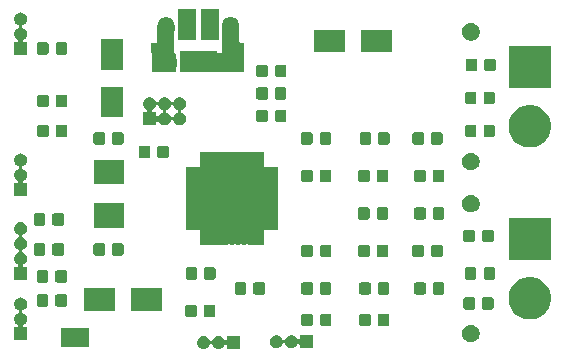
<source format=gbr>
G04 #@! TF.GenerationSoftware,KiCad,Pcbnew,5.1.4-e60b266~84~ubuntu18.04.1*
G04 #@! TF.CreationDate,2019-09-17T17:50:47+10:00*
G04 #@! TF.ProjectId,RC-Endpoint-Limiter,52432d45-6e64-4706-9f69-6e742d4c696d,rev?*
G04 #@! TF.SameCoordinates,Original*
G04 #@! TF.FileFunction,Soldermask,Top*
G04 #@! TF.FilePolarity,Negative*
%FSLAX46Y46*%
G04 Gerber Fmt 4.6, Leading zero omitted, Abs format (unit mm)*
G04 Created by KiCad (PCBNEW 5.1.4-e60b266~84~ubuntu18.04.1) date 2019-09-17 17:50:47*
%MOMM*%
%LPD*%
G04 APERTURE LIST*
%ADD10C,0.100000*%
G04 APERTURE END LIST*
D10*
G36*
X101835015Y-64988973D02*
G01*
X101938879Y-65020479D01*
X101966055Y-65035005D01*
X102034600Y-65071643D01*
X102118501Y-65140499D01*
X102187357Y-65224400D01*
X102209262Y-65265382D01*
X102238521Y-65320121D01*
X102242388Y-65332869D01*
X102251760Y-65355496D01*
X102265374Y-65375870D01*
X102282701Y-65393197D01*
X102303075Y-65406811D01*
X102325714Y-65416188D01*
X102349747Y-65420969D01*
X102374251Y-65420969D01*
X102398285Y-65416189D01*
X102420924Y-65406812D01*
X102441298Y-65393198D01*
X102458625Y-65375871D01*
X102472239Y-65355497D01*
X102481612Y-65332869D01*
X102485479Y-65320121D01*
X102514738Y-65265382D01*
X102536643Y-65224400D01*
X102605499Y-65140499D01*
X102689400Y-65071643D01*
X102757945Y-65035005D01*
X102785121Y-65020479D01*
X102888985Y-64988973D01*
X102969933Y-64981000D01*
X103024067Y-64981000D01*
X103105015Y-64988973D01*
X103208879Y-65020479D01*
X103236055Y-65035005D01*
X103304600Y-65071643D01*
X103388501Y-65140499D01*
X103457356Y-65224400D01*
X103480764Y-65268193D01*
X103494375Y-65288563D01*
X103511702Y-65305890D01*
X103532076Y-65319504D01*
X103554715Y-65328881D01*
X103578748Y-65333662D01*
X103603252Y-65333662D01*
X103627286Y-65328882D01*
X103649924Y-65319505D01*
X103670299Y-65305891D01*
X103687626Y-65288564D01*
X103701240Y-65268190D01*
X103710617Y-65245551D01*
X103715398Y-65221518D01*
X103716000Y-65209265D01*
X103716000Y-64981000D01*
X104818000Y-64981000D01*
X104818000Y-66083000D01*
X103716000Y-66083000D01*
X103716000Y-65854735D01*
X103713598Y-65830349D01*
X103706485Y-65806900D01*
X103694934Y-65785289D01*
X103679389Y-65766347D01*
X103660447Y-65750802D01*
X103638836Y-65739251D01*
X103615387Y-65732138D01*
X103591001Y-65729736D01*
X103566615Y-65732138D01*
X103543166Y-65739251D01*
X103521555Y-65750802D01*
X103502613Y-65766347D01*
X103487068Y-65785289D01*
X103480767Y-65795802D01*
X103457356Y-65839600D01*
X103388501Y-65923501D01*
X103304600Y-65992357D01*
X103236055Y-66028995D01*
X103208879Y-66043521D01*
X103105015Y-66075027D01*
X103024067Y-66083000D01*
X102969933Y-66083000D01*
X102888985Y-66075027D01*
X102785121Y-66043521D01*
X102757945Y-66028995D01*
X102689400Y-65992357D01*
X102605499Y-65923501D01*
X102536643Y-65839600D01*
X102497489Y-65766347D01*
X102485479Y-65743879D01*
X102481612Y-65731131D01*
X102472240Y-65708504D01*
X102458626Y-65688130D01*
X102441299Y-65670803D01*
X102420925Y-65657189D01*
X102398286Y-65647812D01*
X102374253Y-65643031D01*
X102349749Y-65643031D01*
X102325715Y-65647811D01*
X102303076Y-65657188D01*
X102282702Y-65670802D01*
X102265375Y-65688129D01*
X102251761Y-65708503D01*
X102242388Y-65731131D01*
X102238521Y-65743879D01*
X102226511Y-65766347D01*
X102187357Y-65839600D01*
X102118501Y-65923501D01*
X102034600Y-65992357D01*
X101966055Y-66028995D01*
X101938879Y-66043521D01*
X101835015Y-66075027D01*
X101754067Y-66083000D01*
X101699933Y-66083000D01*
X101618985Y-66075027D01*
X101515121Y-66043521D01*
X101487945Y-66028995D01*
X101419400Y-65992357D01*
X101335499Y-65923501D01*
X101266643Y-65839600D01*
X101227489Y-65766347D01*
X101215479Y-65743879D01*
X101183973Y-65640015D01*
X101173334Y-65532000D01*
X101183973Y-65423985D01*
X101215479Y-65320121D01*
X101244738Y-65265382D01*
X101266643Y-65224400D01*
X101335499Y-65140499D01*
X101419400Y-65071643D01*
X101487945Y-65035005D01*
X101515121Y-65020479D01*
X101618985Y-64988973D01*
X101699933Y-64981000D01*
X101754067Y-64981000D01*
X101835015Y-64988973D01*
X101835015Y-64988973D01*
G37*
G36*
X107994515Y-64925473D02*
G01*
X108098379Y-64956979D01*
X108125555Y-64971505D01*
X108194100Y-65008143D01*
X108278001Y-65076999D01*
X108346857Y-65160900D01*
X108358162Y-65182051D01*
X108398021Y-65256621D01*
X108401888Y-65269369D01*
X108411260Y-65291996D01*
X108424874Y-65312370D01*
X108442201Y-65329697D01*
X108462575Y-65343311D01*
X108485214Y-65352688D01*
X108509247Y-65357469D01*
X108533751Y-65357469D01*
X108557785Y-65352689D01*
X108580424Y-65343312D01*
X108600798Y-65329698D01*
X108618125Y-65312371D01*
X108631739Y-65291997D01*
X108641112Y-65269369D01*
X108644979Y-65256621D01*
X108684838Y-65182051D01*
X108696143Y-65160900D01*
X108764999Y-65076999D01*
X108848900Y-65008143D01*
X108917445Y-64971505D01*
X108944621Y-64956979D01*
X109048485Y-64925473D01*
X109129433Y-64917500D01*
X109183567Y-64917500D01*
X109264515Y-64925473D01*
X109368379Y-64956979D01*
X109395555Y-64971505D01*
X109464100Y-65008143D01*
X109541475Y-65071643D01*
X109548001Y-65076999D01*
X109616856Y-65160900D01*
X109640264Y-65204693D01*
X109653875Y-65225063D01*
X109671202Y-65242390D01*
X109691576Y-65256004D01*
X109714215Y-65265381D01*
X109738248Y-65270162D01*
X109762752Y-65270162D01*
X109786786Y-65265382D01*
X109809424Y-65256005D01*
X109829799Y-65242391D01*
X109847126Y-65225064D01*
X109860740Y-65204690D01*
X109870117Y-65182051D01*
X109874898Y-65158018D01*
X109875500Y-65145765D01*
X109875500Y-64917500D01*
X110977500Y-64917500D01*
X110977500Y-66019500D01*
X109875500Y-66019500D01*
X109875500Y-65791235D01*
X109873098Y-65766849D01*
X109865985Y-65743400D01*
X109854434Y-65721789D01*
X109838889Y-65702847D01*
X109819947Y-65687302D01*
X109798336Y-65675751D01*
X109774887Y-65668638D01*
X109750501Y-65666236D01*
X109726115Y-65668638D01*
X109702666Y-65675751D01*
X109681055Y-65687302D01*
X109662113Y-65702847D01*
X109646568Y-65721789D01*
X109640267Y-65732302D01*
X109616856Y-65776100D01*
X109616855Y-65776101D01*
X109548001Y-65860001D01*
X109464100Y-65928857D01*
X109420802Y-65952000D01*
X109368379Y-65980021D01*
X109264515Y-66011527D01*
X109183567Y-66019500D01*
X109129433Y-66019500D01*
X109048485Y-66011527D01*
X108944621Y-65980021D01*
X108892198Y-65952000D01*
X108848900Y-65928857D01*
X108764999Y-65860001D01*
X108696143Y-65776100D01*
X108649122Y-65688129D01*
X108644979Y-65680379D01*
X108641112Y-65667631D01*
X108631740Y-65645004D01*
X108618126Y-65624630D01*
X108600799Y-65607303D01*
X108580425Y-65593689D01*
X108557786Y-65584312D01*
X108533753Y-65579531D01*
X108509249Y-65579531D01*
X108485215Y-65584311D01*
X108462576Y-65593688D01*
X108442202Y-65607302D01*
X108424875Y-65624629D01*
X108411261Y-65645003D01*
X108401888Y-65667631D01*
X108398021Y-65680379D01*
X108393878Y-65688129D01*
X108346857Y-65776100D01*
X108278001Y-65860001D01*
X108194100Y-65928857D01*
X108150802Y-65952000D01*
X108098379Y-65980021D01*
X107994515Y-66011527D01*
X107913567Y-66019500D01*
X107859433Y-66019500D01*
X107778485Y-66011527D01*
X107674621Y-65980021D01*
X107622198Y-65952000D01*
X107578900Y-65928857D01*
X107494999Y-65860001D01*
X107426143Y-65776100D01*
X107379122Y-65688129D01*
X107374979Y-65680379D01*
X107343473Y-65576515D01*
X107332834Y-65468500D01*
X107343473Y-65360485D01*
X107374979Y-65256621D01*
X107414838Y-65182051D01*
X107426143Y-65160900D01*
X107494999Y-65076999D01*
X107578900Y-65008143D01*
X107647445Y-64971505D01*
X107674621Y-64956979D01*
X107778485Y-64925473D01*
X107859433Y-64917500D01*
X107913567Y-64917500D01*
X107994515Y-64925473D01*
X107994515Y-64925473D01*
G37*
G36*
X92021000Y-65952000D02*
G01*
X89619000Y-65952000D01*
X89619000Y-64350000D01*
X92021000Y-64350000D01*
X92021000Y-65952000D01*
X92021000Y-65952000D01*
G37*
G36*
X124568559Y-64063360D02*
G01*
X124677573Y-64108515D01*
X124705232Y-64119972D01*
X124828235Y-64202160D01*
X124932840Y-64306765D01*
X125015028Y-64429768D01*
X125071640Y-64566441D01*
X125100500Y-64711533D01*
X125100500Y-64859467D01*
X125071640Y-65004559D01*
X125015028Y-65141232D01*
X124932840Y-65264235D01*
X124828235Y-65368840D01*
X124705232Y-65451028D01*
X124705231Y-65451029D01*
X124705230Y-65451029D01*
X124568559Y-65507640D01*
X124423468Y-65536500D01*
X124275532Y-65536500D01*
X124130441Y-65507640D01*
X123993770Y-65451029D01*
X123993769Y-65451029D01*
X123993768Y-65451028D01*
X123870765Y-65368840D01*
X123766160Y-65264235D01*
X123683972Y-65141232D01*
X123627360Y-65004559D01*
X123598500Y-64859467D01*
X123598500Y-64711533D01*
X123627360Y-64566441D01*
X123683972Y-64429768D01*
X123766160Y-64306765D01*
X123870765Y-64202160D01*
X123993768Y-64119972D01*
X124021428Y-64108515D01*
X124130441Y-64063360D01*
X124275532Y-64034500D01*
X124423468Y-64034500D01*
X124568559Y-64063360D01*
X124568559Y-64063360D01*
G37*
G36*
X86341015Y-61737773D02*
G01*
X86444879Y-61769279D01*
X86456590Y-61775539D01*
X86540600Y-61820443D01*
X86624501Y-61889299D01*
X86693357Y-61973200D01*
X86729995Y-62041745D01*
X86744521Y-62068921D01*
X86776027Y-62172785D01*
X86786666Y-62280800D01*
X86776027Y-62388815D01*
X86744521Y-62492679D01*
X86734327Y-62511750D01*
X86693357Y-62588400D01*
X86624501Y-62672301D01*
X86540600Y-62741157D01*
X86472055Y-62777795D01*
X86444879Y-62792321D01*
X86432131Y-62796188D01*
X86409504Y-62805560D01*
X86389130Y-62819174D01*
X86371803Y-62836501D01*
X86358189Y-62856875D01*
X86348812Y-62879514D01*
X86344031Y-62903547D01*
X86344031Y-62928051D01*
X86348811Y-62952085D01*
X86358188Y-62974724D01*
X86371802Y-62995098D01*
X86389129Y-63012425D01*
X86409503Y-63026039D01*
X86432131Y-63035412D01*
X86444879Y-63039279D01*
X86472055Y-63053805D01*
X86540600Y-63090443D01*
X86624501Y-63159299D01*
X86693357Y-63243200D01*
X86729003Y-63309890D01*
X86744521Y-63338921D01*
X86776027Y-63442785D01*
X86786666Y-63550800D01*
X86776027Y-63658815D01*
X86744521Y-63762679D01*
X86744519Y-63762682D01*
X86693357Y-63858400D01*
X86624501Y-63942301D01*
X86540600Y-64011156D01*
X86496807Y-64034564D01*
X86476437Y-64048175D01*
X86459110Y-64065502D01*
X86445496Y-64085876D01*
X86436119Y-64108515D01*
X86431338Y-64132548D01*
X86431338Y-64157052D01*
X86436118Y-64181086D01*
X86445495Y-64203724D01*
X86459109Y-64224099D01*
X86476436Y-64241426D01*
X86496810Y-64255040D01*
X86519449Y-64264417D01*
X86543482Y-64269198D01*
X86555735Y-64269800D01*
X86784000Y-64269800D01*
X86784000Y-65371800D01*
X85682000Y-65371800D01*
X85682000Y-64269800D01*
X85910265Y-64269800D01*
X85934651Y-64267398D01*
X85958100Y-64260285D01*
X85979711Y-64248734D01*
X85998653Y-64233189D01*
X86014198Y-64214247D01*
X86025749Y-64192636D01*
X86032862Y-64169187D01*
X86035264Y-64144801D01*
X86032862Y-64120415D01*
X86025749Y-64096966D01*
X86014198Y-64075355D01*
X85998653Y-64056413D01*
X85979711Y-64040868D01*
X85969198Y-64034567D01*
X85925400Y-64011156D01*
X85841499Y-63942301D01*
X85772643Y-63858400D01*
X85721481Y-63762682D01*
X85721479Y-63762679D01*
X85689973Y-63658815D01*
X85679334Y-63550800D01*
X85689973Y-63442785D01*
X85721479Y-63338921D01*
X85736997Y-63309890D01*
X85772643Y-63243200D01*
X85841499Y-63159299D01*
X85925400Y-63090443D01*
X85993945Y-63053805D01*
X86021121Y-63039279D01*
X86033869Y-63035412D01*
X86056496Y-63026040D01*
X86076870Y-63012426D01*
X86094197Y-62995099D01*
X86107811Y-62974725D01*
X86117188Y-62952086D01*
X86121969Y-62928053D01*
X86121969Y-62903549D01*
X86117189Y-62879515D01*
X86107812Y-62856876D01*
X86094198Y-62836502D01*
X86076871Y-62819175D01*
X86056497Y-62805561D01*
X86033869Y-62796188D01*
X86021121Y-62792321D01*
X85993945Y-62777795D01*
X85925400Y-62741157D01*
X85841499Y-62672301D01*
X85772643Y-62588400D01*
X85731673Y-62511750D01*
X85721479Y-62492679D01*
X85689973Y-62388815D01*
X85679334Y-62280800D01*
X85689973Y-62172785D01*
X85721479Y-62068921D01*
X85736005Y-62041745D01*
X85772643Y-61973200D01*
X85841499Y-61889299D01*
X85925400Y-61820443D01*
X86009410Y-61775539D01*
X86021121Y-61769279D01*
X86124985Y-61737773D01*
X86205933Y-61729800D01*
X86260067Y-61729800D01*
X86341015Y-61737773D01*
X86341015Y-61737773D01*
G37*
G36*
X112407091Y-63105085D02*
G01*
X112441069Y-63115393D01*
X112472390Y-63132134D01*
X112499839Y-63154661D01*
X112522366Y-63182110D01*
X112539107Y-63213431D01*
X112549415Y-63247409D01*
X112553500Y-63288890D01*
X112553500Y-63965110D01*
X112549415Y-64006591D01*
X112539107Y-64040569D01*
X112522366Y-64071890D01*
X112499839Y-64099339D01*
X112472390Y-64121866D01*
X112441069Y-64138607D01*
X112407091Y-64148915D01*
X112365610Y-64153000D01*
X111764390Y-64153000D01*
X111722909Y-64148915D01*
X111688931Y-64138607D01*
X111657610Y-64121866D01*
X111630161Y-64099339D01*
X111607634Y-64071890D01*
X111590893Y-64040569D01*
X111580585Y-64006591D01*
X111576500Y-63965110D01*
X111576500Y-63288890D01*
X111580585Y-63247409D01*
X111590893Y-63213431D01*
X111607634Y-63182110D01*
X111630161Y-63154661D01*
X111657610Y-63132134D01*
X111688931Y-63115393D01*
X111722909Y-63105085D01*
X111764390Y-63101000D01*
X112365610Y-63101000D01*
X112407091Y-63105085D01*
X112407091Y-63105085D01*
G37*
G36*
X115734091Y-63105085D02*
G01*
X115768069Y-63115393D01*
X115799390Y-63132134D01*
X115826839Y-63154661D01*
X115849366Y-63182110D01*
X115866107Y-63213431D01*
X115876415Y-63247409D01*
X115880500Y-63288890D01*
X115880500Y-63965110D01*
X115876415Y-64006591D01*
X115866107Y-64040569D01*
X115849366Y-64071890D01*
X115826839Y-64099339D01*
X115799390Y-64121866D01*
X115768069Y-64138607D01*
X115734091Y-64148915D01*
X115692610Y-64153000D01*
X115091390Y-64153000D01*
X115049909Y-64148915D01*
X115015931Y-64138607D01*
X114984610Y-64121866D01*
X114957161Y-64099339D01*
X114934634Y-64071890D01*
X114917893Y-64040569D01*
X114907585Y-64006591D01*
X114903500Y-63965110D01*
X114903500Y-63288890D01*
X114907585Y-63247409D01*
X114917893Y-63213431D01*
X114934634Y-63182110D01*
X114957161Y-63154661D01*
X114984610Y-63132134D01*
X115015931Y-63115393D01*
X115049909Y-63105085D01*
X115091390Y-63101000D01*
X115692610Y-63101000D01*
X115734091Y-63105085D01*
X115734091Y-63105085D01*
G37*
G36*
X117309091Y-63105085D02*
G01*
X117343069Y-63115393D01*
X117374390Y-63132134D01*
X117401839Y-63154661D01*
X117424366Y-63182110D01*
X117441107Y-63213431D01*
X117451415Y-63247409D01*
X117455500Y-63288890D01*
X117455500Y-63965110D01*
X117451415Y-64006591D01*
X117441107Y-64040569D01*
X117424366Y-64071890D01*
X117401839Y-64099339D01*
X117374390Y-64121866D01*
X117343069Y-64138607D01*
X117309091Y-64148915D01*
X117267610Y-64153000D01*
X116666390Y-64153000D01*
X116624909Y-64148915D01*
X116590931Y-64138607D01*
X116559610Y-64121866D01*
X116532161Y-64099339D01*
X116509634Y-64071890D01*
X116492893Y-64040569D01*
X116482585Y-64006591D01*
X116478500Y-63965110D01*
X116478500Y-63288890D01*
X116482585Y-63247409D01*
X116492893Y-63213431D01*
X116509634Y-63182110D01*
X116532161Y-63154661D01*
X116559610Y-63132134D01*
X116590931Y-63115393D01*
X116624909Y-63105085D01*
X116666390Y-63101000D01*
X117267610Y-63101000D01*
X117309091Y-63105085D01*
X117309091Y-63105085D01*
G37*
G36*
X110832091Y-63105085D02*
G01*
X110866069Y-63115393D01*
X110897390Y-63132134D01*
X110924839Y-63154661D01*
X110947366Y-63182110D01*
X110964107Y-63213431D01*
X110974415Y-63247409D01*
X110978500Y-63288890D01*
X110978500Y-63965110D01*
X110974415Y-64006591D01*
X110964107Y-64040569D01*
X110947366Y-64071890D01*
X110924839Y-64099339D01*
X110897390Y-64121866D01*
X110866069Y-64138607D01*
X110832091Y-64148915D01*
X110790610Y-64153000D01*
X110189390Y-64153000D01*
X110147909Y-64148915D01*
X110113931Y-64138607D01*
X110082610Y-64121866D01*
X110055161Y-64099339D01*
X110032634Y-64071890D01*
X110015893Y-64040569D01*
X110005585Y-64006591D01*
X110001500Y-63965110D01*
X110001500Y-63288890D01*
X110005585Y-63247409D01*
X110015893Y-63213431D01*
X110032634Y-63182110D01*
X110055161Y-63154661D01*
X110082610Y-63132134D01*
X110113931Y-63115393D01*
X110147909Y-63105085D01*
X110189390Y-63101000D01*
X110790610Y-63101000D01*
X110832091Y-63105085D01*
X110832091Y-63105085D01*
G37*
G36*
X129874831Y-60053711D02*
G01*
X130202592Y-60189474D01*
X130497570Y-60386572D01*
X130748428Y-60637430D01*
X130945526Y-60932408D01*
X131081289Y-61260169D01*
X131150500Y-61608116D01*
X131150500Y-61962884D01*
X131081289Y-62310831D01*
X130945526Y-62638592D01*
X130748428Y-62933570D01*
X130497570Y-63184428D01*
X130202592Y-63381526D01*
X129874831Y-63517289D01*
X129526884Y-63586500D01*
X129172116Y-63586500D01*
X128824169Y-63517289D01*
X128496408Y-63381526D01*
X128201430Y-63184428D01*
X127950572Y-62933570D01*
X127753474Y-62638592D01*
X127617711Y-62310831D01*
X127548500Y-61962884D01*
X127548500Y-61608116D01*
X127617711Y-61260169D01*
X127753474Y-60932408D01*
X127950572Y-60637430D01*
X128201430Y-60386572D01*
X128496408Y-60189474D01*
X128824169Y-60053711D01*
X129172116Y-59984500D01*
X129526884Y-59984500D01*
X129874831Y-60053711D01*
X129874831Y-60053711D01*
G37*
G36*
X101002091Y-62343085D02*
G01*
X101036069Y-62353393D01*
X101067390Y-62370134D01*
X101094839Y-62392661D01*
X101117366Y-62420110D01*
X101134107Y-62451431D01*
X101144415Y-62485409D01*
X101148500Y-62526890D01*
X101148500Y-63203110D01*
X101144415Y-63244591D01*
X101134107Y-63278569D01*
X101117366Y-63309890D01*
X101094839Y-63337339D01*
X101067390Y-63359866D01*
X101036069Y-63376607D01*
X101002091Y-63386915D01*
X100960610Y-63391000D01*
X100359390Y-63391000D01*
X100317909Y-63386915D01*
X100283931Y-63376607D01*
X100252610Y-63359866D01*
X100225161Y-63337339D01*
X100202634Y-63309890D01*
X100185893Y-63278569D01*
X100175585Y-63244591D01*
X100171500Y-63203110D01*
X100171500Y-62526890D01*
X100175585Y-62485409D01*
X100185893Y-62451431D01*
X100202634Y-62420110D01*
X100225161Y-62392661D01*
X100252610Y-62370134D01*
X100283931Y-62353393D01*
X100317909Y-62343085D01*
X100359390Y-62339000D01*
X100960610Y-62339000D01*
X101002091Y-62343085D01*
X101002091Y-62343085D01*
G37*
G36*
X102577091Y-62343085D02*
G01*
X102611069Y-62353393D01*
X102642390Y-62370134D01*
X102669839Y-62392661D01*
X102692366Y-62420110D01*
X102709107Y-62451431D01*
X102719415Y-62485409D01*
X102723500Y-62526890D01*
X102723500Y-63203110D01*
X102719415Y-63244591D01*
X102709107Y-63278569D01*
X102692366Y-63309890D01*
X102669839Y-63337339D01*
X102642390Y-63359866D01*
X102611069Y-63376607D01*
X102577091Y-63386915D01*
X102535610Y-63391000D01*
X101934390Y-63391000D01*
X101892909Y-63386915D01*
X101858931Y-63376607D01*
X101827610Y-63359866D01*
X101800161Y-63337339D01*
X101777634Y-63309890D01*
X101760893Y-63278569D01*
X101750585Y-63244591D01*
X101746500Y-63203110D01*
X101746500Y-62526890D01*
X101750585Y-62485409D01*
X101760893Y-62451431D01*
X101777634Y-62420110D01*
X101800161Y-62392661D01*
X101827610Y-62370134D01*
X101858931Y-62353393D01*
X101892909Y-62343085D01*
X101934390Y-62339000D01*
X102535610Y-62339000D01*
X102577091Y-62343085D01*
X102577091Y-62343085D01*
G37*
G36*
X94202000Y-62863500D02*
G01*
X91600000Y-62863500D01*
X91600000Y-60961500D01*
X94202000Y-60961500D01*
X94202000Y-62863500D01*
X94202000Y-62863500D01*
G37*
G36*
X98202000Y-62863500D02*
G01*
X95600000Y-62863500D01*
X95600000Y-60961500D01*
X98202000Y-60961500D01*
X98202000Y-62863500D01*
X98202000Y-62863500D01*
G37*
G36*
X126132591Y-61708085D02*
G01*
X126166569Y-61718393D01*
X126197890Y-61735134D01*
X126225339Y-61757661D01*
X126247866Y-61785110D01*
X126264607Y-61816431D01*
X126274915Y-61850409D01*
X126279000Y-61891890D01*
X126279000Y-62568110D01*
X126274915Y-62609591D01*
X126264607Y-62643569D01*
X126247866Y-62674890D01*
X126225339Y-62702339D01*
X126197890Y-62724866D01*
X126166569Y-62741607D01*
X126132591Y-62751915D01*
X126091110Y-62756000D01*
X125489890Y-62756000D01*
X125448409Y-62751915D01*
X125414431Y-62741607D01*
X125383110Y-62724866D01*
X125355661Y-62702339D01*
X125333134Y-62674890D01*
X125316393Y-62643569D01*
X125306085Y-62609591D01*
X125302000Y-62568110D01*
X125302000Y-61891890D01*
X125306085Y-61850409D01*
X125316393Y-61816431D01*
X125333134Y-61785110D01*
X125355661Y-61757661D01*
X125383110Y-61735134D01*
X125414431Y-61718393D01*
X125448409Y-61708085D01*
X125489890Y-61704000D01*
X126091110Y-61704000D01*
X126132591Y-61708085D01*
X126132591Y-61708085D01*
G37*
G36*
X124557591Y-61708085D02*
G01*
X124591569Y-61718393D01*
X124622890Y-61735134D01*
X124650339Y-61757661D01*
X124672866Y-61785110D01*
X124689607Y-61816431D01*
X124699915Y-61850409D01*
X124704000Y-61891890D01*
X124704000Y-62568110D01*
X124699915Y-62609591D01*
X124689607Y-62643569D01*
X124672866Y-62674890D01*
X124650339Y-62702339D01*
X124622890Y-62724866D01*
X124591569Y-62741607D01*
X124557591Y-62751915D01*
X124516110Y-62756000D01*
X123914890Y-62756000D01*
X123873409Y-62751915D01*
X123839431Y-62741607D01*
X123808110Y-62724866D01*
X123780661Y-62702339D01*
X123758134Y-62674890D01*
X123741393Y-62643569D01*
X123731085Y-62609591D01*
X123727000Y-62568110D01*
X123727000Y-61891890D01*
X123731085Y-61850409D01*
X123741393Y-61816431D01*
X123758134Y-61785110D01*
X123780661Y-61757661D01*
X123808110Y-61735134D01*
X123839431Y-61718393D01*
X123873409Y-61708085D01*
X123914890Y-61704000D01*
X124516110Y-61704000D01*
X124557591Y-61708085D01*
X124557591Y-61708085D01*
G37*
G36*
X88429091Y-61454085D02*
G01*
X88463069Y-61464393D01*
X88494390Y-61481134D01*
X88521839Y-61503661D01*
X88544366Y-61531110D01*
X88561107Y-61562431D01*
X88571415Y-61596409D01*
X88575500Y-61637890D01*
X88575500Y-62314110D01*
X88571415Y-62355591D01*
X88561107Y-62389569D01*
X88544366Y-62420890D01*
X88521839Y-62448339D01*
X88494390Y-62470866D01*
X88463069Y-62487607D01*
X88429091Y-62497915D01*
X88387610Y-62502000D01*
X87786390Y-62502000D01*
X87744909Y-62497915D01*
X87710931Y-62487607D01*
X87679610Y-62470866D01*
X87652161Y-62448339D01*
X87629634Y-62420890D01*
X87612893Y-62389569D01*
X87602585Y-62355591D01*
X87598500Y-62314110D01*
X87598500Y-61637890D01*
X87602585Y-61596409D01*
X87612893Y-61562431D01*
X87629634Y-61531110D01*
X87652161Y-61503661D01*
X87679610Y-61481134D01*
X87710931Y-61464393D01*
X87744909Y-61454085D01*
X87786390Y-61450000D01*
X88387610Y-61450000D01*
X88429091Y-61454085D01*
X88429091Y-61454085D01*
G37*
G36*
X90004091Y-61454085D02*
G01*
X90038069Y-61464393D01*
X90069390Y-61481134D01*
X90096839Y-61503661D01*
X90119366Y-61531110D01*
X90136107Y-61562431D01*
X90146415Y-61596409D01*
X90150500Y-61637890D01*
X90150500Y-62314110D01*
X90146415Y-62355591D01*
X90136107Y-62389569D01*
X90119366Y-62420890D01*
X90096839Y-62448339D01*
X90069390Y-62470866D01*
X90038069Y-62487607D01*
X90004091Y-62497915D01*
X89962610Y-62502000D01*
X89361390Y-62502000D01*
X89319909Y-62497915D01*
X89285931Y-62487607D01*
X89254610Y-62470866D01*
X89227161Y-62448339D01*
X89204634Y-62420890D01*
X89187893Y-62389569D01*
X89177585Y-62355591D01*
X89173500Y-62314110D01*
X89173500Y-61637890D01*
X89177585Y-61596409D01*
X89187893Y-61562431D01*
X89204634Y-61531110D01*
X89227161Y-61503661D01*
X89254610Y-61481134D01*
X89285931Y-61464393D01*
X89319909Y-61454085D01*
X89361390Y-61450000D01*
X89962610Y-61450000D01*
X90004091Y-61454085D01*
X90004091Y-61454085D01*
G37*
G36*
X121967091Y-60438085D02*
G01*
X122001069Y-60448393D01*
X122032390Y-60465134D01*
X122059839Y-60487661D01*
X122082366Y-60515110D01*
X122099107Y-60546431D01*
X122109415Y-60580409D01*
X122113500Y-60621890D01*
X122113500Y-61298110D01*
X122109415Y-61339591D01*
X122099107Y-61373569D01*
X122082366Y-61404890D01*
X122059839Y-61432339D01*
X122032390Y-61454866D01*
X122001069Y-61471607D01*
X121967091Y-61481915D01*
X121925610Y-61486000D01*
X121324390Y-61486000D01*
X121282909Y-61481915D01*
X121248931Y-61471607D01*
X121217610Y-61454866D01*
X121190161Y-61432339D01*
X121167634Y-61404890D01*
X121150893Y-61373569D01*
X121140585Y-61339591D01*
X121136500Y-61298110D01*
X121136500Y-60621890D01*
X121140585Y-60580409D01*
X121150893Y-60546431D01*
X121167634Y-60515110D01*
X121190161Y-60487661D01*
X121217610Y-60465134D01*
X121248931Y-60448393D01*
X121282909Y-60438085D01*
X121324390Y-60434000D01*
X121925610Y-60434000D01*
X121967091Y-60438085D01*
X121967091Y-60438085D01*
G37*
G36*
X110832091Y-60438085D02*
G01*
X110866069Y-60448393D01*
X110897390Y-60465134D01*
X110924839Y-60487661D01*
X110947366Y-60515110D01*
X110964107Y-60546431D01*
X110974415Y-60580409D01*
X110978500Y-60621890D01*
X110978500Y-61298110D01*
X110974415Y-61339591D01*
X110964107Y-61373569D01*
X110947366Y-61404890D01*
X110924839Y-61432339D01*
X110897390Y-61454866D01*
X110866069Y-61471607D01*
X110832091Y-61481915D01*
X110790610Y-61486000D01*
X110189390Y-61486000D01*
X110147909Y-61481915D01*
X110113931Y-61471607D01*
X110082610Y-61454866D01*
X110055161Y-61432339D01*
X110032634Y-61404890D01*
X110015893Y-61373569D01*
X110005585Y-61339591D01*
X110001500Y-61298110D01*
X110001500Y-60621890D01*
X110005585Y-60580409D01*
X110015893Y-60546431D01*
X110032634Y-60515110D01*
X110055161Y-60487661D01*
X110082610Y-60465134D01*
X110113931Y-60448393D01*
X110147909Y-60438085D01*
X110189390Y-60434000D01*
X110790610Y-60434000D01*
X110832091Y-60438085D01*
X110832091Y-60438085D01*
G37*
G36*
X106768091Y-60438085D02*
G01*
X106802069Y-60448393D01*
X106833390Y-60465134D01*
X106860839Y-60487661D01*
X106883366Y-60515110D01*
X106900107Y-60546431D01*
X106910415Y-60580409D01*
X106914500Y-60621890D01*
X106914500Y-61298110D01*
X106910415Y-61339591D01*
X106900107Y-61373569D01*
X106883366Y-61404890D01*
X106860839Y-61432339D01*
X106833390Y-61454866D01*
X106802069Y-61471607D01*
X106768091Y-61481915D01*
X106726610Y-61486000D01*
X106125390Y-61486000D01*
X106083909Y-61481915D01*
X106049931Y-61471607D01*
X106018610Y-61454866D01*
X105991161Y-61432339D01*
X105968634Y-61404890D01*
X105951893Y-61373569D01*
X105941585Y-61339591D01*
X105937500Y-61298110D01*
X105937500Y-60621890D01*
X105941585Y-60580409D01*
X105951893Y-60546431D01*
X105968634Y-60515110D01*
X105991161Y-60487661D01*
X106018610Y-60465134D01*
X106049931Y-60448393D01*
X106083909Y-60438085D01*
X106125390Y-60434000D01*
X106726610Y-60434000D01*
X106768091Y-60438085D01*
X106768091Y-60438085D01*
G37*
G36*
X105193091Y-60438085D02*
G01*
X105227069Y-60448393D01*
X105258390Y-60465134D01*
X105285839Y-60487661D01*
X105308366Y-60515110D01*
X105325107Y-60546431D01*
X105335415Y-60580409D01*
X105339500Y-60621890D01*
X105339500Y-61298110D01*
X105335415Y-61339591D01*
X105325107Y-61373569D01*
X105308366Y-61404890D01*
X105285839Y-61432339D01*
X105258390Y-61454866D01*
X105227069Y-61471607D01*
X105193091Y-61481915D01*
X105151610Y-61486000D01*
X104550390Y-61486000D01*
X104508909Y-61481915D01*
X104474931Y-61471607D01*
X104443610Y-61454866D01*
X104416161Y-61432339D01*
X104393634Y-61404890D01*
X104376893Y-61373569D01*
X104366585Y-61339591D01*
X104362500Y-61298110D01*
X104362500Y-60621890D01*
X104366585Y-60580409D01*
X104376893Y-60546431D01*
X104393634Y-60515110D01*
X104416161Y-60487661D01*
X104443610Y-60465134D01*
X104474931Y-60448393D01*
X104508909Y-60438085D01*
X104550390Y-60434000D01*
X105151610Y-60434000D01*
X105193091Y-60438085D01*
X105193091Y-60438085D01*
G37*
G36*
X117309091Y-60438085D02*
G01*
X117343069Y-60448393D01*
X117374390Y-60465134D01*
X117401839Y-60487661D01*
X117424366Y-60515110D01*
X117441107Y-60546431D01*
X117451415Y-60580409D01*
X117455500Y-60621890D01*
X117455500Y-61298110D01*
X117451415Y-61339591D01*
X117441107Y-61373569D01*
X117424366Y-61404890D01*
X117401839Y-61432339D01*
X117374390Y-61454866D01*
X117343069Y-61471607D01*
X117309091Y-61481915D01*
X117267610Y-61486000D01*
X116666390Y-61486000D01*
X116624909Y-61481915D01*
X116590931Y-61471607D01*
X116559610Y-61454866D01*
X116532161Y-61432339D01*
X116509634Y-61404890D01*
X116492893Y-61373569D01*
X116482585Y-61339591D01*
X116478500Y-61298110D01*
X116478500Y-60621890D01*
X116482585Y-60580409D01*
X116492893Y-60546431D01*
X116509634Y-60515110D01*
X116532161Y-60487661D01*
X116559610Y-60465134D01*
X116590931Y-60448393D01*
X116624909Y-60438085D01*
X116666390Y-60434000D01*
X117267610Y-60434000D01*
X117309091Y-60438085D01*
X117309091Y-60438085D01*
G37*
G36*
X112407091Y-60438085D02*
G01*
X112441069Y-60448393D01*
X112472390Y-60465134D01*
X112499839Y-60487661D01*
X112522366Y-60515110D01*
X112539107Y-60546431D01*
X112549415Y-60580409D01*
X112553500Y-60621890D01*
X112553500Y-61298110D01*
X112549415Y-61339591D01*
X112539107Y-61373569D01*
X112522366Y-61404890D01*
X112499839Y-61432339D01*
X112472390Y-61454866D01*
X112441069Y-61471607D01*
X112407091Y-61481915D01*
X112365610Y-61486000D01*
X111764390Y-61486000D01*
X111722909Y-61481915D01*
X111688931Y-61471607D01*
X111657610Y-61454866D01*
X111630161Y-61432339D01*
X111607634Y-61404890D01*
X111590893Y-61373569D01*
X111580585Y-61339591D01*
X111576500Y-61298110D01*
X111576500Y-60621890D01*
X111580585Y-60580409D01*
X111590893Y-60546431D01*
X111607634Y-60515110D01*
X111630161Y-60487661D01*
X111657610Y-60465134D01*
X111688931Y-60448393D01*
X111722909Y-60438085D01*
X111764390Y-60434000D01*
X112365610Y-60434000D01*
X112407091Y-60438085D01*
X112407091Y-60438085D01*
G37*
G36*
X120392091Y-60438085D02*
G01*
X120426069Y-60448393D01*
X120457390Y-60465134D01*
X120484839Y-60487661D01*
X120507366Y-60515110D01*
X120524107Y-60546431D01*
X120534415Y-60580409D01*
X120538500Y-60621890D01*
X120538500Y-61298110D01*
X120534415Y-61339591D01*
X120524107Y-61373569D01*
X120507366Y-61404890D01*
X120484839Y-61432339D01*
X120457390Y-61454866D01*
X120426069Y-61471607D01*
X120392091Y-61481915D01*
X120350610Y-61486000D01*
X119749390Y-61486000D01*
X119707909Y-61481915D01*
X119673931Y-61471607D01*
X119642610Y-61454866D01*
X119615161Y-61432339D01*
X119592634Y-61404890D01*
X119575893Y-61373569D01*
X119565585Y-61339591D01*
X119561500Y-61298110D01*
X119561500Y-60621890D01*
X119565585Y-60580409D01*
X119575893Y-60546431D01*
X119592634Y-60515110D01*
X119615161Y-60487661D01*
X119642610Y-60465134D01*
X119673931Y-60448393D01*
X119707909Y-60438085D01*
X119749390Y-60434000D01*
X120350610Y-60434000D01*
X120392091Y-60438085D01*
X120392091Y-60438085D01*
G37*
G36*
X115734091Y-60438085D02*
G01*
X115768069Y-60448393D01*
X115799390Y-60465134D01*
X115826839Y-60487661D01*
X115849366Y-60515110D01*
X115866107Y-60546431D01*
X115876415Y-60580409D01*
X115880500Y-60621890D01*
X115880500Y-61298110D01*
X115876415Y-61339591D01*
X115866107Y-61373569D01*
X115849366Y-61404890D01*
X115826839Y-61432339D01*
X115799390Y-61454866D01*
X115768069Y-61471607D01*
X115734091Y-61481915D01*
X115692610Y-61486000D01*
X115091390Y-61486000D01*
X115049909Y-61481915D01*
X115015931Y-61471607D01*
X114984610Y-61454866D01*
X114957161Y-61432339D01*
X114934634Y-61404890D01*
X114917893Y-61373569D01*
X114907585Y-61339591D01*
X114903500Y-61298110D01*
X114903500Y-60621890D01*
X114907585Y-60580409D01*
X114917893Y-60546431D01*
X114934634Y-60515110D01*
X114957161Y-60487661D01*
X114984610Y-60465134D01*
X115015931Y-60448393D01*
X115049909Y-60438085D01*
X115091390Y-60434000D01*
X115692610Y-60434000D01*
X115734091Y-60438085D01*
X115734091Y-60438085D01*
G37*
G36*
X90004091Y-59422085D02*
G01*
X90038069Y-59432393D01*
X90069390Y-59449134D01*
X90096839Y-59471661D01*
X90119366Y-59499110D01*
X90136107Y-59530431D01*
X90146415Y-59564409D01*
X90150500Y-59605890D01*
X90150500Y-60282110D01*
X90146415Y-60323591D01*
X90136107Y-60357569D01*
X90119366Y-60388890D01*
X90096839Y-60416339D01*
X90069390Y-60438866D01*
X90038069Y-60455607D01*
X90004091Y-60465915D01*
X89962610Y-60470000D01*
X89361390Y-60470000D01*
X89319909Y-60465915D01*
X89285931Y-60455607D01*
X89254610Y-60438866D01*
X89227161Y-60416339D01*
X89204634Y-60388890D01*
X89187893Y-60357569D01*
X89177585Y-60323591D01*
X89173500Y-60282110D01*
X89173500Y-59605890D01*
X89177585Y-59564409D01*
X89187893Y-59530431D01*
X89204634Y-59499110D01*
X89227161Y-59471661D01*
X89254610Y-59449134D01*
X89285931Y-59432393D01*
X89319909Y-59422085D01*
X89361390Y-59418000D01*
X89962610Y-59418000D01*
X90004091Y-59422085D01*
X90004091Y-59422085D01*
G37*
G36*
X88429091Y-59422085D02*
G01*
X88463069Y-59432393D01*
X88494390Y-59449134D01*
X88521839Y-59471661D01*
X88544366Y-59499110D01*
X88561107Y-59530431D01*
X88571415Y-59564409D01*
X88575500Y-59605890D01*
X88575500Y-60282110D01*
X88571415Y-60323591D01*
X88561107Y-60357569D01*
X88544366Y-60388890D01*
X88521839Y-60416339D01*
X88494390Y-60438866D01*
X88463069Y-60455607D01*
X88429091Y-60465915D01*
X88387610Y-60470000D01*
X87786390Y-60470000D01*
X87744909Y-60465915D01*
X87710931Y-60455607D01*
X87679610Y-60438866D01*
X87652161Y-60416339D01*
X87629634Y-60388890D01*
X87612893Y-60357569D01*
X87602585Y-60323591D01*
X87598500Y-60282110D01*
X87598500Y-59605890D01*
X87602585Y-59564409D01*
X87612893Y-59530431D01*
X87629634Y-59499110D01*
X87652161Y-59471661D01*
X87679610Y-59449134D01*
X87710931Y-59432393D01*
X87744909Y-59422085D01*
X87786390Y-59418000D01*
X88387610Y-59418000D01*
X88429091Y-59422085D01*
X88429091Y-59422085D01*
G37*
G36*
X86341015Y-55336973D02*
G01*
X86444879Y-55368479D01*
X86472055Y-55383005D01*
X86540600Y-55419643D01*
X86624501Y-55488499D01*
X86693357Y-55572400D01*
X86729119Y-55639307D01*
X86744521Y-55668121D01*
X86776027Y-55771985D01*
X86786666Y-55880000D01*
X86776027Y-55988015D01*
X86744521Y-56091879D01*
X86739415Y-56101431D01*
X86693357Y-56187600D01*
X86624501Y-56271501D01*
X86540600Y-56340357D01*
X86472055Y-56376995D01*
X86444879Y-56391521D01*
X86432131Y-56395388D01*
X86409504Y-56404760D01*
X86389130Y-56418374D01*
X86371803Y-56435701D01*
X86358189Y-56456075D01*
X86348812Y-56478714D01*
X86344031Y-56502747D01*
X86344031Y-56527251D01*
X86348811Y-56551285D01*
X86358188Y-56573924D01*
X86371802Y-56594298D01*
X86389129Y-56611625D01*
X86409503Y-56625239D01*
X86432131Y-56634612D01*
X86444879Y-56638479D01*
X86472055Y-56653005D01*
X86540600Y-56689643D01*
X86624501Y-56758499D01*
X86693357Y-56842400D01*
X86718917Y-56890220D01*
X86744521Y-56938121D01*
X86776027Y-57041985D01*
X86786666Y-57150000D01*
X86776027Y-57258015D01*
X86744521Y-57361879D01*
X86739415Y-57371431D01*
X86693357Y-57457600D01*
X86624501Y-57541501D01*
X86540600Y-57610357D01*
X86472055Y-57646995D01*
X86444879Y-57661521D01*
X86432131Y-57665388D01*
X86409504Y-57674760D01*
X86389130Y-57688374D01*
X86371803Y-57705701D01*
X86358189Y-57726075D01*
X86348812Y-57748714D01*
X86344031Y-57772747D01*
X86344031Y-57797251D01*
X86348811Y-57821285D01*
X86358188Y-57843924D01*
X86371802Y-57864298D01*
X86389129Y-57881625D01*
X86409503Y-57895239D01*
X86432131Y-57904612D01*
X86444879Y-57908479D01*
X86472055Y-57923005D01*
X86540600Y-57959643D01*
X86624501Y-58028499D01*
X86693357Y-58112400D01*
X86729119Y-58179307D01*
X86744521Y-58208121D01*
X86776027Y-58311985D01*
X86786666Y-58420000D01*
X86776027Y-58528015D01*
X86744521Y-58631879D01*
X86744519Y-58631882D01*
X86693357Y-58727600D01*
X86624501Y-58811501D01*
X86540600Y-58880356D01*
X86496807Y-58903764D01*
X86476437Y-58917375D01*
X86459110Y-58934702D01*
X86445496Y-58955076D01*
X86436119Y-58977715D01*
X86431338Y-59001748D01*
X86431338Y-59026252D01*
X86436118Y-59050286D01*
X86445495Y-59072924D01*
X86459109Y-59093299D01*
X86476436Y-59110626D01*
X86496810Y-59124240D01*
X86519449Y-59133617D01*
X86543482Y-59138398D01*
X86555735Y-59139000D01*
X86784000Y-59139000D01*
X86784000Y-60241000D01*
X85682000Y-60241000D01*
X85682000Y-59139000D01*
X85910265Y-59139000D01*
X85934651Y-59136598D01*
X85958100Y-59129485D01*
X85979711Y-59117934D01*
X85998653Y-59102389D01*
X86014198Y-59083447D01*
X86025749Y-59061836D01*
X86032862Y-59038387D01*
X86035264Y-59014001D01*
X86032862Y-58989615D01*
X86025749Y-58966166D01*
X86014198Y-58944555D01*
X85998653Y-58925613D01*
X85979711Y-58910068D01*
X85969198Y-58903767D01*
X85925400Y-58880356D01*
X85841499Y-58811501D01*
X85772643Y-58727600D01*
X85721481Y-58631882D01*
X85721479Y-58631879D01*
X85689973Y-58528015D01*
X85679334Y-58420000D01*
X85689973Y-58311985D01*
X85721479Y-58208121D01*
X85736881Y-58179307D01*
X85772643Y-58112400D01*
X85841499Y-58028499D01*
X85925400Y-57959643D01*
X85993945Y-57923005D01*
X86021121Y-57908479D01*
X86033869Y-57904612D01*
X86056496Y-57895240D01*
X86076870Y-57881626D01*
X86094197Y-57864299D01*
X86107811Y-57843925D01*
X86117188Y-57821286D01*
X86121969Y-57797253D01*
X86121969Y-57772749D01*
X86117189Y-57748715D01*
X86107812Y-57726076D01*
X86094198Y-57705702D01*
X86076871Y-57688375D01*
X86056497Y-57674761D01*
X86033869Y-57665388D01*
X86021121Y-57661521D01*
X85993945Y-57646995D01*
X85925400Y-57610357D01*
X85841499Y-57541501D01*
X85772643Y-57457600D01*
X85726585Y-57371431D01*
X85721479Y-57361879D01*
X85689973Y-57258015D01*
X85679334Y-57150000D01*
X85689973Y-57041985D01*
X85721479Y-56938121D01*
X85747083Y-56890220D01*
X85772643Y-56842400D01*
X85841499Y-56758499D01*
X85925400Y-56689643D01*
X85993945Y-56653005D01*
X86021121Y-56638479D01*
X86033869Y-56634612D01*
X86056496Y-56625240D01*
X86076870Y-56611626D01*
X86094197Y-56594299D01*
X86107811Y-56573925D01*
X86117188Y-56551286D01*
X86121969Y-56527253D01*
X86121969Y-56502749D01*
X86117189Y-56478715D01*
X86107812Y-56456076D01*
X86094198Y-56435702D01*
X86076871Y-56418375D01*
X86056497Y-56404761D01*
X86033869Y-56395388D01*
X86021121Y-56391521D01*
X85993945Y-56376995D01*
X85925400Y-56340357D01*
X85841499Y-56271501D01*
X85772643Y-56187600D01*
X85726585Y-56101431D01*
X85721479Y-56091879D01*
X85689973Y-55988015D01*
X85679334Y-55880000D01*
X85689973Y-55771985D01*
X85721479Y-55668121D01*
X85736881Y-55639307D01*
X85772643Y-55572400D01*
X85841499Y-55488499D01*
X85925400Y-55419643D01*
X85993945Y-55383005D01*
X86021121Y-55368479D01*
X86124985Y-55336973D01*
X86205933Y-55329000D01*
X86260067Y-55329000D01*
X86341015Y-55336973D01*
X86341015Y-55336973D01*
G37*
G36*
X102602591Y-59168085D02*
G01*
X102636569Y-59178393D01*
X102667890Y-59195134D01*
X102695339Y-59217661D01*
X102717866Y-59245110D01*
X102734607Y-59276431D01*
X102744915Y-59310409D01*
X102749000Y-59351890D01*
X102749000Y-60028110D01*
X102744915Y-60069591D01*
X102734607Y-60103569D01*
X102717866Y-60134890D01*
X102695339Y-60162339D01*
X102667890Y-60184866D01*
X102636569Y-60201607D01*
X102602591Y-60211915D01*
X102561110Y-60216000D01*
X101959890Y-60216000D01*
X101918409Y-60211915D01*
X101884431Y-60201607D01*
X101853110Y-60184866D01*
X101825661Y-60162339D01*
X101803134Y-60134890D01*
X101786393Y-60103569D01*
X101776085Y-60069591D01*
X101772000Y-60028110D01*
X101772000Y-59351890D01*
X101776085Y-59310409D01*
X101786393Y-59276431D01*
X101803134Y-59245110D01*
X101825661Y-59217661D01*
X101853110Y-59195134D01*
X101884431Y-59178393D01*
X101918409Y-59168085D01*
X101959890Y-59164000D01*
X102561110Y-59164000D01*
X102602591Y-59168085D01*
X102602591Y-59168085D01*
G37*
G36*
X124684591Y-59168085D02*
G01*
X124718569Y-59178393D01*
X124749890Y-59195134D01*
X124777339Y-59217661D01*
X124799866Y-59245110D01*
X124816607Y-59276431D01*
X124826915Y-59310409D01*
X124831000Y-59351890D01*
X124831000Y-60028110D01*
X124826915Y-60069591D01*
X124816607Y-60103569D01*
X124799866Y-60134890D01*
X124777339Y-60162339D01*
X124749890Y-60184866D01*
X124718569Y-60201607D01*
X124684591Y-60211915D01*
X124643110Y-60216000D01*
X124041890Y-60216000D01*
X124000409Y-60211915D01*
X123966431Y-60201607D01*
X123935110Y-60184866D01*
X123907661Y-60162339D01*
X123885134Y-60134890D01*
X123868393Y-60103569D01*
X123858085Y-60069591D01*
X123854000Y-60028110D01*
X123854000Y-59351890D01*
X123858085Y-59310409D01*
X123868393Y-59276431D01*
X123885134Y-59245110D01*
X123907661Y-59217661D01*
X123935110Y-59195134D01*
X123966431Y-59178393D01*
X124000409Y-59168085D01*
X124041890Y-59164000D01*
X124643110Y-59164000D01*
X124684591Y-59168085D01*
X124684591Y-59168085D01*
G37*
G36*
X126259591Y-59168085D02*
G01*
X126293569Y-59178393D01*
X126324890Y-59195134D01*
X126352339Y-59217661D01*
X126374866Y-59245110D01*
X126391607Y-59276431D01*
X126401915Y-59310409D01*
X126406000Y-59351890D01*
X126406000Y-60028110D01*
X126401915Y-60069591D01*
X126391607Y-60103569D01*
X126374866Y-60134890D01*
X126352339Y-60162339D01*
X126324890Y-60184866D01*
X126293569Y-60201607D01*
X126259591Y-60211915D01*
X126218110Y-60216000D01*
X125616890Y-60216000D01*
X125575409Y-60211915D01*
X125541431Y-60201607D01*
X125510110Y-60184866D01*
X125482661Y-60162339D01*
X125460134Y-60134890D01*
X125443393Y-60103569D01*
X125433085Y-60069591D01*
X125429000Y-60028110D01*
X125429000Y-59351890D01*
X125433085Y-59310409D01*
X125443393Y-59276431D01*
X125460134Y-59245110D01*
X125482661Y-59217661D01*
X125510110Y-59195134D01*
X125541431Y-59178393D01*
X125575409Y-59168085D01*
X125616890Y-59164000D01*
X126218110Y-59164000D01*
X126259591Y-59168085D01*
X126259591Y-59168085D01*
G37*
G36*
X101027591Y-59168085D02*
G01*
X101061569Y-59178393D01*
X101092890Y-59195134D01*
X101120339Y-59217661D01*
X101142866Y-59245110D01*
X101159607Y-59276431D01*
X101169915Y-59310409D01*
X101174000Y-59351890D01*
X101174000Y-60028110D01*
X101169915Y-60069591D01*
X101159607Y-60103569D01*
X101142866Y-60134890D01*
X101120339Y-60162339D01*
X101092890Y-60184866D01*
X101061569Y-60201607D01*
X101027591Y-60211915D01*
X100986110Y-60216000D01*
X100384890Y-60216000D01*
X100343409Y-60211915D01*
X100309431Y-60201607D01*
X100278110Y-60184866D01*
X100250661Y-60162339D01*
X100228134Y-60134890D01*
X100211393Y-60103569D01*
X100201085Y-60069591D01*
X100197000Y-60028110D01*
X100197000Y-59351890D01*
X100201085Y-59310409D01*
X100211393Y-59276431D01*
X100228134Y-59245110D01*
X100250661Y-59217661D01*
X100278110Y-59195134D01*
X100309431Y-59178393D01*
X100343409Y-59168085D01*
X100384890Y-59164000D01*
X100986110Y-59164000D01*
X101027591Y-59168085D01*
X101027591Y-59168085D01*
G37*
G36*
X131150500Y-58586500D02*
G01*
X127548500Y-58586500D01*
X127548500Y-54984500D01*
X131150500Y-54984500D01*
X131150500Y-58586500D01*
X131150500Y-58586500D01*
G37*
G36*
X121814591Y-57263085D02*
G01*
X121848569Y-57273393D01*
X121879890Y-57290134D01*
X121907339Y-57312661D01*
X121929866Y-57340110D01*
X121946607Y-57371431D01*
X121956915Y-57405409D01*
X121961000Y-57446890D01*
X121961000Y-58123110D01*
X121956915Y-58164591D01*
X121946607Y-58198569D01*
X121929866Y-58229890D01*
X121907339Y-58257339D01*
X121879890Y-58279866D01*
X121848569Y-58296607D01*
X121814591Y-58306915D01*
X121773110Y-58311000D01*
X121171890Y-58311000D01*
X121130409Y-58306915D01*
X121096431Y-58296607D01*
X121065110Y-58279866D01*
X121037661Y-58257339D01*
X121015134Y-58229890D01*
X120998393Y-58198569D01*
X120988085Y-58164591D01*
X120984000Y-58123110D01*
X120984000Y-57446890D01*
X120988085Y-57405409D01*
X120998393Y-57371431D01*
X121015134Y-57340110D01*
X121037661Y-57312661D01*
X121065110Y-57290134D01*
X121096431Y-57273393D01*
X121130409Y-57263085D01*
X121171890Y-57259000D01*
X121773110Y-57259000D01*
X121814591Y-57263085D01*
X121814591Y-57263085D01*
G37*
G36*
X117207591Y-57263085D02*
G01*
X117241569Y-57273393D01*
X117272890Y-57290134D01*
X117300339Y-57312661D01*
X117322866Y-57340110D01*
X117339607Y-57371431D01*
X117349915Y-57405409D01*
X117354000Y-57446890D01*
X117354000Y-58123110D01*
X117349915Y-58164591D01*
X117339607Y-58198569D01*
X117322866Y-58229890D01*
X117300339Y-58257339D01*
X117272890Y-58279866D01*
X117241569Y-58296607D01*
X117207591Y-58306915D01*
X117166110Y-58311000D01*
X116564890Y-58311000D01*
X116523409Y-58306915D01*
X116489431Y-58296607D01*
X116458110Y-58279866D01*
X116430661Y-58257339D01*
X116408134Y-58229890D01*
X116391393Y-58198569D01*
X116381085Y-58164591D01*
X116377000Y-58123110D01*
X116377000Y-57446890D01*
X116381085Y-57405409D01*
X116391393Y-57371431D01*
X116408134Y-57340110D01*
X116430661Y-57312661D01*
X116458110Y-57290134D01*
X116489431Y-57273393D01*
X116523409Y-57263085D01*
X116564890Y-57259000D01*
X117166110Y-57259000D01*
X117207591Y-57263085D01*
X117207591Y-57263085D01*
G37*
G36*
X115632591Y-57263085D02*
G01*
X115666569Y-57273393D01*
X115697890Y-57290134D01*
X115725339Y-57312661D01*
X115747866Y-57340110D01*
X115764607Y-57371431D01*
X115774915Y-57405409D01*
X115779000Y-57446890D01*
X115779000Y-58123110D01*
X115774915Y-58164591D01*
X115764607Y-58198569D01*
X115747866Y-58229890D01*
X115725339Y-58257339D01*
X115697890Y-58279866D01*
X115666569Y-58296607D01*
X115632591Y-58306915D01*
X115591110Y-58311000D01*
X114989890Y-58311000D01*
X114948409Y-58306915D01*
X114914431Y-58296607D01*
X114883110Y-58279866D01*
X114855661Y-58257339D01*
X114833134Y-58229890D01*
X114816393Y-58198569D01*
X114806085Y-58164591D01*
X114802000Y-58123110D01*
X114802000Y-57446890D01*
X114806085Y-57405409D01*
X114816393Y-57371431D01*
X114833134Y-57340110D01*
X114855661Y-57312661D01*
X114883110Y-57290134D01*
X114914431Y-57273393D01*
X114948409Y-57263085D01*
X114989890Y-57259000D01*
X115591110Y-57259000D01*
X115632591Y-57263085D01*
X115632591Y-57263085D01*
G37*
G36*
X112407091Y-57263085D02*
G01*
X112441069Y-57273393D01*
X112472390Y-57290134D01*
X112499839Y-57312661D01*
X112522366Y-57340110D01*
X112539107Y-57371431D01*
X112549415Y-57405409D01*
X112553500Y-57446890D01*
X112553500Y-58123110D01*
X112549415Y-58164591D01*
X112539107Y-58198569D01*
X112522366Y-58229890D01*
X112499839Y-58257339D01*
X112472390Y-58279866D01*
X112441069Y-58296607D01*
X112407091Y-58306915D01*
X112365610Y-58311000D01*
X111764390Y-58311000D01*
X111722909Y-58306915D01*
X111688931Y-58296607D01*
X111657610Y-58279866D01*
X111630161Y-58257339D01*
X111607634Y-58229890D01*
X111590893Y-58198569D01*
X111580585Y-58164591D01*
X111576500Y-58123110D01*
X111576500Y-57446890D01*
X111580585Y-57405409D01*
X111590893Y-57371431D01*
X111607634Y-57340110D01*
X111630161Y-57312661D01*
X111657610Y-57290134D01*
X111688931Y-57273393D01*
X111722909Y-57263085D01*
X111764390Y-57259000D01*
X112365610Y-57259000D01*
X112407091Y-57263085D01*
X112407091Y-57263085D01*
G37*
G36*
X110832091Y-57263085D02*
G01*
X110866069Y-57273393D01*
X110897390Y-57290134D01*
X110924839Y-57312661D01*
X110947366Y-57340110D01*
X110964107Y-57371431D01*
X110974415Y-57405409D01*
X110978500Y-57446890D01*
X110978500Y-58123110D01*
X110974415Y-58164591D01*
X110964107Y-58198569D01*
X110947366Y-58229890D01*
X110924839Y-58257339D01*
X110897390Y-58279866D01*
X110866069Y-58296607D01*
X110832091Y-58306915D01*
X110790610Y-58311000D01*
X110189390Y-58311000D01*
X110147909Y-58306915D01*
X110113931Y-58296607D01*
X110082610Y-58279866D01*
X110055161Y-58257339D01*
X110032634Y-58229890D01*
X110015893Y-58198569D01*
X110005585Y-58164591D01*
X110001500Y-58123110D01*
X110001500Y-57446890D01*
X110005585Y-57405409D01*
X110015893Y-57371431D01*
X110032634Y-57340110D01*
X110055161Y-57312661D01*
X110082610Y-57290134D01*
X110113931Y-57273393D01*
X110147909Y-57263085D01*
X110189390Y-57259000D01*
X110790610Y-57259000D01*
X110832091Y-57263085D01*
X110832091Y-57263085D01*
G37*
G36*
X120239591Y-57263085D02*
G01*
X120273569Y-57273393D01*
X120304890Y-57290134D01*
X120332339Y-57312661D01*
X120354866Y-57340110D01*
X120371607Y-57371431D01*
X120381915Y-57405409D01*
X120386000Y-57446890D01*
X120386000Y-58123110D01*
X120381915Y-58164591D01*
X120371607Y-58198569D01*
X120354866Y-58229890D01*
X120332339Y-58257339D01*
X120304890Y-58279866D01*
X120273569Y-58296607D01*
X120239591Y-58306915D01*
X120198110Y-58311000D01*
X119596890Y-58311000D01*
X119555409Y-58306915D01*
X119521431Y-58296607D01*
X119490110Y-58279866D01*
X119462661Y-58257339D01*
X119440134Y-58229890D01*
X119423393Y-58198569D01*
X119413085Y-58164591D01*
X119409000Y-58123110D01*
X119409000Y-57446890D01*
X119413085Y-57405409D01*
X119423393Y-57371431D01*
X119440134Y-57340110D01*
X119462661Y-57312661D01*
X119490110Y-57290134D01*
X119521431Y-57273393D01*
X119555409Y-57263085D01*
X119596890Y-57259000D01*
X120198110Y-57259000D01*
X120239591Y-57263085D01*
X120239591Y-57263085D01*
G37*
G36*
X94807091Y-57136085D02*
G01*
X94841069Y-57146393D01*
X94872390Y-57163134D01*
X94899839Y-57185661D01*
X94922366Y-57213110D01*
X94939107Y-57244431D01*
X94949415Y-57278409D01*
X94953500Y-57319890D01*
X94953500Y-57996110D01*
X94949415Y-58037591D01*
X94939107Y-58071569D01*
X94922366Y-58102890D01*
X94899839Y-58130339D01*
X94872390Y-58152866D01*
X94841069Y-58169607D01*
X94807091Y-58179915D01*
X94765610Y-58184000D01*
X94164390Y-58184000D01*
X94122909Y-58179915D01*
X94088931Y-58169607D01*
X94057610Y-58152866D01*
X94030161Y-58130339D01*
X94007634Y-58102890D01*
X93990893Y-58071569D01*
X93980585Y-58037591D01*
X93976500Y-57996110D01*
X93976500Y-57319890D01*
X93980585Y-57278409D01*
X93990893Y-57244431D01*
X94007634Y-57213110D01*
X94030161Y-57185661D01*
X94057610Y-57163134D01*
X94088931Y-57146393D01*
X94122909Y-57136085D01*
X94164390Y-57132000D01*
X94765610Y-57132000D01*
X94807091Y-57136085D01*
X94807091Y-57136085D01*
G37*
G36*
X89750091Y-57136085D02*
G01*
X89784069Y-57146393D01*
X89815390Y-57163134D01*
X89842839Y-57185661D01*
X89865366Y-57213110D01*
X89882107Y-57244431D01*
X89892415Y-57278409D01*
X89896500Y-57319890D01*
X89896500Y-57996110D01*
X89892415Y-58037591D01*
X89882107Y-58071569D01*
X89865366Y-58102890D01*
X89842839Y-58130339D01*
X89815390Y-58152866D01*
X89784069Y-58169607D01*
X89750091Y-58179915D01*
X89708610Y-58184000D01*
X89107390Y-58184000D01*
X89065909Y-58179915D01*
X89031931Y-58169607D01*
X89000610Y-58152866D01*
X88973161Y-58130339D01*
X88950634Y-58102890D01*
X88933893Y-58071569D01*
X88923585Y-58037591D01*
X88919500Y-57996110D01*
X88919500Y-57319890D01*
X88923585Y-57278409D01*
X88933893Y-57244431D01*
X88950634Y-57213110D01*
X88973161Y-57185661D01*
X89000610Y-57163134D01*
X89031931Y-57146393D01*
X89065909Y-57136085D01*
X89107390Y-57132000D01*
X89708610Y-57132000D01*
X89750091Y-57136085D01*
X89750091Y-57136085D01*
G37*
G36*
X88175091Y-57136085D02*
G01*
X88209069Y-57146393D01*
X88240390Y-57163134D01*
X88267839Y-57185661D01*
X88290366Y-57213110D01*
X88307107Y-57244431D01*
X88317415Y-57278409D01*
X88321500Y-57319890D01*
X88321500Y-57996110D01*
X88317415Y-58037591D01*
X88307107Y-58071569D01*
X88290366Y-58102890D01*
X88267839Y-58130339D01*
X88240390Y-58152866D01*
X88209069Y-58169607D01*
X88175091Y-58179915D01*
X88133610Y-58184000D01*
X87532390Y-58184000D01*
X87490909Y-58179915D01*
X87456931Y-58169607D01*
X87425610Y-58152866D01*
X87398161Y-58130339D01*
X87375634Y-58102890D01*
X87358893Y-58071569D01*
X87348585Y-58037591D01*
X87344500Y-57996110D01*
X87344500Y-57319890D01*
X87348585Y-57278409D01*
X87358893Y-57244431D01*
X87375634Y-57213110D01*
X87398161Y-57185661D01*
X87425610Y-57163134D01*
X87456931Y-57146393D01*
X87490909Y-57136085D01*
X87532390Y-57132000D01*
X88133610Y-57132000D01*
X88175091Y-57136085D01*
X88175091Y-57136085D01*
G37*
G36*
X93232091Y-57136085D02*
G01*
X93266069Y-57146393D01*
X93297390Y-57163134D01*
X93324839Y-57185661D01*
X93347366Y-57213110D01*
X93364107Y-57244431D01*
X93374415Y-57278409D01*
X93378500Y-57319890D01*
X93378500Y-57996110D01*
X93374415Y-58037591D01*
X93364107Y-58071569D01*
X93347366Y-58102890D01*
X93324839Y-58130339D01*
X93297390Y-58152866D01*
X93266069Y-58169607D01*
X93232091Y-58179915D01*
X93190610Y-58184000D01*
X92589390Y-58184000D01*
X92547909Y-58179915D01*
X92513931Y-58169607D01*
X92482610Y-58152866D01*
X92455161Y-58130339D01*
X92432634Y-58102890D01*
X92415893Y-58071569D01*
X92405585Y-58037591D01*
X92401500Y-57996110D01*
X92401500Y-57319890D01*
X92405585Y-57278409D01*
X92415893Y-57244431D01*
X92432634Y-57213110D01*
X92455161Y-57185661D01*
X92482610Y-57163134D01*
X92513931Y-57146393D01*
X92547909Y-57136085D01*
X92589390Y-57132000D01*
X93190610Y-57132000D01*
X93232091Y-57136085D01*
X93232091Y-57136085D01*
G37*
G36*
X101795355Y-49415083D02*
G01*
X101800029Y-49416501D01*
X101804330Y-49418800D01*
X101810702Y-49424029D01*
X101831076Y-49437643D01*
X101853715Y-49447020D01*
X101877749Y-49451800D01*
X101902253Y-49451800D01*
X101926286Y-49447019D01*
X101948925Y-49437642D01*
X101969298Y-49424029D01*
X101975670Y-49418800D01*
X101979971Y-49416501D01*
X101984645Y-49415083D01*
X101995641Y-49414000D01*
X102284359Y-49414000D01*
X102295355Y-49415083D01*
X102300029Y-49416501D01*
X102304330Y-49418800D01*
X102310702Y-49424029D01*
X102331076Y-49437643D01*
X102353715Y-49447020D01*
X102377749Y-49451800D01*
X102402253Y-49451800D01*
X102426286Y-49447019D01*
X102448925Y-49437642D01*
X102469298Y-49424029D01*
X102475670Y-49418800D01*
X102479971Y-49416501D01*
X102484645Y-49415083D01*
X102495641Y-49414000D01*
X102784359Y-49414000D01*
X102795355Y-49415083D01*
X102800029Y-49416501D01*
X102804330Y-49418800D01*
X102810702Y-49424029D01*
X102831076Y-49437643D01*
X102853715Y-49447020D01*
X102877749Y-49451800D01*
X102902253Y-49451800D01*
X102926286Y-49447019D01*
X102948925Y-49437642D01*
X102969298Y-49424029D01*
X102975670Y-49418800D01*
X102979971Y-49416501D01*
X102984645Y-49415083D01*
X102995641Y-49414000D01*
X103284359Y-49414000D01*
X103295355Y-49415083D01*
X103300029Y-49416501D01*
X103304330Y-49418800D01*
X103310702Y-49424029D01*
X103331076Y-49437643D01*
X103353715Y-49447020D01*
X103377749Y-49451800D01*
X103402253Y-49451800D01*
X103426286Y-49447019D01*
X103448925Y-49437642D01*
X103469298Y-49424029D01*
X103475670Y-49418800D01*
X103479971Y-49416501D01*
X103484645Y-49415083D01*
X103495641Y-49414000D01*
X103784359Y-49414000D01*
X103795355Y-49415083D01*
X103800029Y-49416501D01*
X103804330Y-49418800D01*
X103810702Y-49424029D01*
X103831076Y-49437643D01*
X103853715Y-49447020D01*
X103877749Y-49451800D01*
X103902253Y-49451800D01*
X103926286Y-49447019D01*
X103948925Y-49437642D01*
X103969298Y-49424029D01*
X103975670Y-49418800D01*
X103979971Y-49416501D01*
X103984645Y-49415083D01*
X103995641Y-49414000D01*
X104284359Y-49414000D01*
X104295355Y-49415083D01*
X104300029Y-49416501D01*
X104304330Y-49418800D01*
X104310702Y-49424029D01*
X104331076Y-49437643D01*
X104353715Y-49447020D01*
X104377749Y-49451800D01*
X104402253Y-49451800D01*
X104426286Y-49447019D01*
X104448925Y-49437642D01*
X104469298Y-49424029D01*
X104475670Y-49418800D01*
X104479971Y-49416501D01*
X104484645Y-49415083D01*
X104495641Y-49414000D01*
X104784359Y-49414000D01*
X104795355Y-49415083D01*
X104800029Y-49416501D01*
X104804330Y-49418800D01*
X104810702Y-49424029D01*
X104831076Y-49437643D01*
X104853715Y-49447020D01*
X104877749Y-49451800D01*
X104902253Y-49451800D01*
X104926286Y-49447019D01*
X104948925Y-49437642D01*
X104969298Y-49424029D01*
X104975670Y-49418800D01*
X104979971Y-49416501D01*
X104984645Y-49415083D01*
X104995641Y-49414000D01*
X105284359Y-49414000D01*
X105295355Y-49415083D01*
X105300029Y-49416501D01*
X105304330Y-49418800D01*
X105310702Y-49424029D01*
X105331076Y-49437643D01*
X105353715Y-49447020D01*
X105377749Y-49451800D01*
X105402253Y-49451800D01*
X105426286Y-49447019D01*
X105448925Y-49437642D01*
X105469298Y-49424029D01*
X105475670Y-49418800D01*
X105479971Y-49416501D01*
X105484645Y-49415083D01*
X105495641Y-49414000D01*
X105784359Y-49414000D01*
X105795355Y-49415083D01*
X105800029Y-49416501D01*
X105804330Y-49418800D01*
X105810702Y-49424029D01*
X105831076Y-49437643D01*
X105853715Y-49447020D01*
X105877749Y-49451800D01*
X105902253Y-49451800D01*
X105926286Y-49447019D01*
X105948925Y-49437642D01*
X105969298Y-49424029D01*
X105975670Y-49418800D01*
X105979971Y-49416501D01*
X105984645Y-49415083D01*
X105995641Y-49414000D01*
X106284359Y-49414000D01*
X106295355Y-49415083D01*
X106300029Y-49416501D01*
X106304330Y-49418800D01*
X106310702Y-49424029D01*
X106331076Y-49437643D01*
X106353715Y-49447020D01*
X106377749Y-49451800D01*
X106402253Y-49451800D01*
X106426286Y-49447019D01*
X106448925Y-49437642D01*
X106469298Y-49424029D01*
X106475670Y-49418800D01*
X106479971Y-49416501D01*
X106484645Y-49415083D01*
X106495641Y-49414000D01*
X106784359Y-49414000D01*
X106795355Y-49415083D01*
X106800029Y-49416501D01*
X106804331Y-49418800D01*
X106808104Y-49421896D01*
X106811200Y-49425669D01*
X106813499Y-49429971D01*
X106814917Y-49434645D01*
X106816000Y-49445641D01*
X106816000Y-50539001D01*
X106818402Y-50563387D01*
X106825515Y-50586836D01*
X106837066Y-50608447D01*
X106852611Y-50627389D01*
X106871553Y-50642934D01*
X106893164Y-50654485D01*
X106916613Y-50661598D01*
X106940999Y-50664000D01*
X108034359Y-50664000D01*
X108045355Y-50665083D01*
X108050029Y-50666501D01*
X108054331Y-50668800D01*
X108058104Y-50671896D01*
X108061200Y-50675669D01*
X108063499Y-50679971D01*
X108064917Y-50684645D01*
X108066000Y-50695641D01*
X108066000Y-50984359D01*
X108064917Y-50995355D01*
X108063499Y-51000029D01*
X108061200Y-51004330D01*
X108055971Y-51010702D01*
X108042357Y-51031076D01*
X108032980Y-51053715D01*
X108028200Y-51077749D01*
X108028200Y-51102253D01*
X108032981Y-51126286D01*
X108042358Y-51148925D01*
X108055971Y-51169298D01*
X108061200Y-51175670D01*
X108063499Y-51179971D01*
X108064917Y-51184645D01*
X108066000Y-51195641D01*
X108066000Y-51484359D01*
X108064917Y-51495355D01*
X108063499Y-51500029D01*
X108061200Y-51504330D01*
X108055971Y-51510702D01*
X108042357Y-51531076D01*
X108032980Y-51553715D01*
X108028200Y-51577749D01*
X108028200Y-51602253D01*
X108032981Y-51626286D01*
X108042358Y-51648925D01*
X108055971Y-51669298D01*
X108061200Y-51675670D01*
X108063499Y-51679971D01*
X108064917Y-51684645D01*
X108066000Y-51695641D01*
X108066000Y-51984359D01*
X108064917Y-51995355D01*
X108063499Y-52000029D01*
X108061200Y-52004330D01*
X108055971Y-52010702D01*
X108042357Y-52031076D01*
X108032980Y-52053715D01*
X108028200Y-52077749D01*
X108028200Y-52102253D01*
X108032981Y-52126286D01*
X108042358Y-52148925D01*
X108055971Y-52169298D01*
X108061200Y-52175670D01*
X108063499Y-52179971D01*
X108064917Y-52184645D01*
X108066000Y-52195641D01*
X108066000Y-52484359D01*
X108064917Y-52495355D01*
X108063499Y-52500029D01*
X108061200Y-52504330D01*
X108055971Y-52510702D01*
X108042357Y-52531076D01*
X108032980Y-52553715D01*
X108028200Y-52577749D01*
X108028200Y-52602253D01*
X108032981Y-52626286D01*
X108042358Y-52648925D01*
X108055971Y-52669298D01*
X108061200Y-52675670D01*
X108063499Y-52679971D01*
X108064917Y-52684645D01*
X108066000Y-52695641D01*
X108066000Y-52984359D01*
X108064917Y-52995355D01*
X108063499Y-53000029D01*
X108061200Y-53004330D01*
X108055971Y-53010702D01*
X108042357Y-53031076D01*
X108032980Y-53053715D01*
X108028200Y-53077749D01*
X108028200Y-53102253D01*
X108032981Y-53126286D01*
X108042358Y-53148925D01*
X108055971Y-53169298D01*
X108061200Y-53175670D01*
X108063499Y-53179971D01*
X108064917Y-53184645D01*
X108066000Y-53195641D01*
X108066000Y-53484359D01*
X108064917Y-53495355D01*
X108063499Y-53500029D01*
X108061200Y-53504330D01*
X108055971Y-53510702D01*
X108042357Y-53531076D01*
X108032980Y-53553715D01*
X108028200Y-53577749D01*
X108028200Y-53602253D01*
X108032981Y-53626286D01*
X108042358Y-53648925D01*
X108055971Y-53669298D01*
X108061200Y-53675670D01*
X108063499Y-53679971D01*
X108064917Y-53684645D01*
X108066000Y-53695641D01*
X108066000Y-53984359D01*
X108064917Y-53995355D01*
X108063499Y-54000029D01*
X108061200Y-54004330D01*
X108055971Y-54010702D01*
X108042357Y-54031076D01*
X108032980Y-54053715D01*
X108028200Y-54077749D01*
X108028200Y-54102253D01*
X108032981Y-54126286D01*
X108042358Y-54148925D01*
X108055971Y-54169298D01*
X108061200Y-54175670D01*
X108063499Y-54179971D01*
X108064917Y-54184645D01*
X108066000Y-54195641D01*
X108066000Y-54484359D01*
X108064917Y-54495355D01*
X108063499Y-54500029D01*
X108061200Y-54504330D01*
X108055971Y-54510702D01*
X108042357Y-54531076D01*
X108032980Y-54553715D01*
X108028200Y-54577749D01*
X108028200Y-54602253D01*
X108032981Y-54626286D01*
X108042358Y-54648925D01*
X108055971Y-54669298D01*
X108061200Y-54675670D01*
X108063499Y-54679971D01*
X108064917Y-54684645D01*
X108066000Y-54695641D01*
X108066000Y-54984359D01*
X108064917Y-54995355D01*
X108063499Y-55000029D01*
X108061200Y-55004330D01*
X108055971Y-55010702D01*
X108042357Y-55031076D01*
X108032980Y-55053715D01*
X108028200Y-55077749D01*
X108028200Y-55102253D01*
X108032981Y-55126286D01*
X108042358Y-55148925D01*
X108055971Y-55169298D01*
X108061200Y-55175670D01*
X108063499Y-55179971D01*
X108064917Y-55184645D01*
X108066000Y-55195641D01*
X108066000Y-55484359D01*
X108064917Y-55495355D01*
X108063499Y-55500029D01*
X108061200Y-55504330D01*
X108055971Y-55510702D01*
X108042357Y-55531076D01*
X108032980Y-55553715D01*
X108028200Y-55577749D01*
X108028200Y-55602253D01*
X108032981Y-55626286D01*
X108042358Y-55648925D01*
X108055971Y-55669298D01*
X108061200Y-55675670D01*
X108063499Y-55679971D01*
X108064917Y-55684645D01*
X108066000Y-55695641D01*
X108066000Y-55984359D01*
X108064917Y-55995355D01*
X108063499Y-56000029D01*
X108061200Y-56004331D01*
X108058104Y-56008104D01*
X108054331Y-56011200D01*
X108050029Y-56013499D01*
X108045355Y-56014917D01*
X108034359Y-56016000D01*
X106940999Y-56016000D01*
X106916613Y-56018402D01*
X106893164Y-56025515D01*
X106871553Y-56037066D01*
X106852611Y-56052611D01*
X106837066Y-56071553D01*
X106825515Y-56093164D01*
X106818402Y-56116613D01*
X106816000Y-56140999D01*
X106816000Y-57234359D01*
X106814917Y-57245355D01*
X106813499Y-57250029D01*
X106811200Y-57254331D01*
X106808104Y-57258104D01*
X106804331Y-57261200D01*
X106800029Y-57263499D01*
X106795355Y-57264917D01*
X106784359Y-57266000D01*
X106495641Y-57266000D01*
X106484645Y-57264917D01*
X106479971Y-57263499D01*
X106475670Y-57261200D01*
X106469298Y-57255971D01*
X106448924Y-57242357D01*
X106426285Y-57232980D01*
X106402251Y-57228200D01*
X106377747Y-57228200D01*
X106353714Y-57232981D01*
X106331075Y-57242358D01*
X106310702Y-57255971D01*
X106304330Y-57261200D01*
X106300029Y-57263499D01*
X106295355Y-57264917D01*
X106284359Y-57266000D01*
X105995641Y-57266000D01*
X105984645Y-57264917D01*
X105979971Y-57263499D01*
X105975670Y-57261200D01*
X105969298Y-57255971D01*
X105948924Y-57242357D01*
X105926285Y-57232980D01*
X105902251Y-57228200D01*
X105877747Y-57228200D01*
X105853714Y-57232981D01*
X105831075Y-57242358D01*
X105810702Y-57255971D01*
X105804330Y-57261200D01*
X105800029Y-57263499D01*
X105795355Y-57264917D01*
X105784359Y-57266000D01*
X105495641Y-57266000D01*
X105484645Y-57264917D01*
X105479971Y-57263499D01*
X105475670Y-57261200D01*
X105469298Y-57255971D01*
X105448924Y-57242357D01*
X105426285Y-57232980D01*
X105402251Y-57228200D01*
X105377747Y-57228200D01*
X105353714Y-57232981D01*
X105331075Y-57242358D01*
X105310702Y-57255971D01*
X105304330Y-57261200D01*
X105300029Y-57263499D01*
X105295355Y-57264917D01*
X105284359Y-57266000D01*
X104995641Y-57266000D01*
X104984645Y-57264917D01*
X104979971Y-57263499D01*
X104975670Y-57261200D01*
X104969298Y-57255971D01*
X104948924Y-57242357D01*
X104926285Y-57232980D01*
X104902251Y-57228200D01*
X104877747Y-57228200D01*
X104853714Y-57232981D01*
X104831075Y-57242358D01*
X104810702Y-57255971D01*
X104804330Y-57261200D01*
X104800029Y-57263499D01*
X104795355Y-57264917D01*
X104784359Y-57266000D01*
X104495641Y-57266000D01*
X104484645Y-57264917D01*
X104479971Y-57263499D01*
X104475670Y-57261200D01*
X104469298Y-57255971D01*
X104448924Y-57242357D01*
X104426285Y-57232980D01*
X104402251Y-57228200D01*
X104377747Y-57228200D01*
X104353714Y-57232981D01*
X104331075Y-57242358D01*
X104310702Y-57255971D01*
X104304330Y-57261200D01*
X104300029Y-57263499D01*
X104295355Y-57264917D01*
X104284359Y-57266000D01*
X103995641Y-57266000D01*
X103984645Y-57264917D01*
X103979971Y-57263499D01*
X103975670Y-57261200D01*
X103969298Y-57255971D01*
X103948924Y-57242357D01*
X103926285Y-57232980D01*
X103902251Y-57228200D01*
X103877747Y-57228200D01*
X103853714Y-57232981D01*
X103831075Y-57242358D01*
X103810702Y-57255971D01*
X103804330Y-57261200D01*
X103800029Y-57263499D01*
X103795355Y-57264917D01*
X103784359Y-57266000D01*
X103495641Y-57266000D01*
X103484645Y-57264917D01*
X103479971Y-57263499D01*
X103475670Y-57261200D01*
X103469298Y-57255971D01*
X103448924Y-57242357D01*
X103426285Y-57232980D01*
X103402251Y-57228200D01*
X103377747Y-57228200D01*
X103353714Y-57232981D01*
X103331075Y-57242358D01*
X103310702Y-57255971D01*
X103304330Y-57261200D01*
X103300029Y-57263499D01*
X103295355Y-57264917D01*
X103284359Y-57266000D01*
X102995641Y-57266000D01*
X102984645Y-57264917D01*
X102979971Y-57263499D01*
X102975670Y-57261200D01*
X102969298Y-57255971D01*
X102948924Y-57242357D01*
X102926285Y-57232980D01*
X102902251Y-57228200D01*
X102877747Y-57228200D01*
X102853714Y-57232981D01*
X102831075Y-57242358D01*
X102810702Y-57255971D01*
X102804330Y-57261200D01*
X102800029Y-57263499D01*
X102795355Y-57264917D01*
X102784359Y-57266000D01*
X102495641Y-57266000D01*
X102484645Y-57264917D01*
X102479971Y-57263499D01*
X102475670Y-57261200D01*
X102469298Y-57255971D01*
X102448924Y-57242357D01*
X102426285Y-57232980D01*
X102402251Y-57228200D01*
X102377747Y-57228200D01*
X102353714Y-57232981D01*
X102331075Y-57242358D01*
X102310702Y-57255971D01*
X102304330Y-57261200D01*
X102300029Y-57263499D01*
X102295355Y-57264917D01*
X102284359Y-57266000D01*
X101995641Y-57266000D01*
X101984645Y-57264917D01*
X101979971Y-57263499D01*
X101975670Y-57261200D01*
X101969298Y-57255971D01*
X101948924Y-57242357D01*
X101926285Y-57232980D01*
X101902251Y-57228200D01*
X101877747Y-57228200D01*
X101853714Y-57232981D01*
X101831075Y-57242358D01*
X101810702Y-57255971D01*
X101804330Y-57261200D01*
X101800029Y-57263499D01*
X101795355Y-57264917D01*
X101784359Y-57266000D01*
X101495641Y-57266000D01*
X101484645Y-57264917D01*
X101479971Y-57263499D01*
X101475669Y-57261200D01*
X101471896Y-57258104D01*
X101468800Y-57254331D01*
X101466501Y-57250029D01*
X101465083Y-57245355D01*
X101464000Y-57234359D01*
X101464000Y-56140999D01*
X101461598Y-56116613D01*
X101454485Y-56093164D01*
X101442934Y-56071553D01*
X101427389Y-56052611D01*
X101408447Y-56037066D01*
X101386836Y-56025515D01*
X101363387Y-56018402D01*
X101339001Y-56016000D01*
X100245641Y-56016000D01*
X100234645Y-56014917D01*
X100229971Y-56013499D01*
X100225669Y-56011200D01*
X100221896Y-56008104D01*
X100218800Y-56004331D01*
X100216501Y-56000029D01*
X100215083Y-55995355D01*
X100214000Y-55984359D01*
X100214000Y-55695641D01*
X100215083Y-55684645D01*
X100216501Y-55679971D01*
X100218800Y-55675670D01*
X100224029Y-55669298D01*
X100237643Y-55648924D01*
X100247020Y-55626285D01*
X100251800Y-55602251D01*
X100251800Y-55577747D01*
X100247019Y-55553714D01*
X100237642Y-55531075D01*
X100224029Y-55510702D01*
X100218800Y-55504330D01*
X100216501Y-55500029D01*
X100215083Y-55495355D01*
X100214000Y-55484359D01*
X100214000Y-55195641D01*
X100215083Y-55184645D01*
X100216501Y-55179971D01*
X100218800Y-55175670D01*
X100224029Y-55169298D01*
X100237643Y-55148924D01*
X100247020Y-55126285D01*
X100251800Y-55102251D01*
X100251800Y-55077747D01*
X100247019Y-55053714D01*
X100237642Y-55031075D01*
X100224029Y-55010702D01*
X100218800Y-55004330D01*
X100216501Y-55000029D01*
X100215083Y-54995355D01*
X100214000Y-54984359D01*
X100214000Y-54695641D01*
X100215083Y-54684645D01*
X100216501Y-54679971D01*
X100218800Y-54675670D01*
X100224029Y-54669298D01*
X100237643Y-54648924D01*
X100247020Y-54626285D01*
X100251800Y-54602251D01*
X100251800Y-54577747D01*
X100247019Y-54553714D01*
X100237642Y-54531075D01*
X100224029Y-54510702D01*
X100218800Y-54504330D01*
X100216501Y-54500029D01*
X100215083Y-54495355D01*
X100214000Y-54484359D01*
X100214000Y-54195641D01*
X100215083Y-54184645D01*
X100216501Y-54179971D01*
X100218800Y-54175670D01*
X100224029Y-54169298D01*
X100237643Y-54148924D01*
X100247020Y-54126285D01*
X100251800Y-54102251D01*
X100251800Y-54077747D01*
X100247019Y-54053714D01*
X100237642Y-54031075D01*
X100224029Y-54010702D01*
X100218800Y-54004330D01*
X100216501Y-54000029D01*
X100215083Y-53995355D01*
X100214000Y-53984359D01*
X100214000Y-53695641D01*
X100215083Y-53684645D01*
X100216501Y-53679971D01*
X100218800Y-53675670D01*
X100224029Y-53669298D01*
X100237643Y-53648924D01*
X100247020Y-53626285D01*
X100251800Y-53602251D01*
X100251800Y-53577747D01*
X100247019Y-53553714D01*
X100237642Y-53531075D01*
X100224029Y-53510702D01*
X100218800Y-53504330D01*
X100216501Y-53500029D01*
X100215083Y-53495355D01*
X100214000Y-53484359D01*
X100214000Y-53195641D01*
X100215083Y-53184645D01*
X100216501Y-53179971D01*
X100218800Y-53175670D01*
X100224029Y-53169298D01*
X100237643Y-53148924D01*
X100247020Y-53126285D01*
X100251800Y-53102251D01*
X100251800Y-53077747D01*
X100247019Y-53053714D01*
X100237642Y-53031075D01*
X100224029Y-53010702D01*
X100218800Y-53004330D01*
X100216501Y-53000029D01*
X100215083Y-52995355D01*
X100214000Y-52984359D01*
X100214000Y-52695641D01*
X100215083Y-52684645D01*
X100216501Y-52679971D01*
X100218800Y-52675670D01*
X100224029Y-52669298D01*
X100237643Y-52648924D01*
X100247020Y-52626285D01*
X100251800Y-52602251D01*
X100251800Y-52577747D01*
X100247019Y-52553714D01*
X100237642Y-52531075D01*
X100224029Y-52510702D01*
X100218800Y-52504330D01*
X100216501Y-52500029D01*
X100215083Y-52495355D01*
X100214000Y-52484359D01*
X100214000Y-52195641D01*
X100215083Y-52184645D01*
X100216501Y-52179971D01*
X100218800Y-52175670D01*
X100224029Y-52169298D01*
X100237643Y-52148924D01*
X100247020Y-52126285D01*
X100251800Y-52102251D01*
X100251800Y-52077747D01*
X100247019Y-52053714D01*
X100237642Y-52031075D01*
X100224029Y-52010702D01*
X100218800Y-52004330D01*
X100216501Y-52000029D01*
X100215083Y-51995355D01*
X100214000Y-51984359D01*
X100214000Y-51695641D01*
X100215083Y-51684645D01*
X100216501Y-51679971D01*
X100218800Y-51675670D01*
X100224029Y-51669298D01*
X100237643Y-51648924D01*
X100247020Y-51626285D01*
X100251800Y-51602251D01*
X100251800Y-51577747D01*
X100247019Y-51553714D01*
X100237642Y-51531075D01*
X100224029Y-51510702D01*
X100218800Y-51504330D01*
X100216501Y-51500029D01*
X100215083Y-51495355D01*
X100214000Y-51484359D01*
X100214000Y-51195641D01*
X100215083Y-51184645D01*
X100216501Y-51179971D01*
X100218800Y-51175670D01*
X100224029Y-51169298D01*
X100237643Y-51148924D01*
X100247020Y-51126285D01*
X100251800Y-51102251D01*
X100251800Y-51077747D01*
X100247019Y-51053714D01*
X100237642Y-51031075D01*
X100224029Y-51010702D01*
X100218800Y-51004330D01*
X100216501Y-51000029D01*
X100215083Y-50995355D01*
X100214000Y-50984359D01*
X100214000Y-50695641D01*
X100215083Y-50684645D01*
X100216501Y-50679971D01*
X100218800Y-50675669D01*
X100221896Y-50671896D01*
X100225669Y-50668800D01*
X100229971Y-50666501D01*
X100234645Y-50665083D01*
X100245641Y-50664000D01*
X101339001Y-50664000D01*
X101363387Y-50661598D01*
X101386836Y-50654485D01*
X101408447Y-50642934D01*
X101427389Y-50627389D01*
X101442934Y-50608447D01*
X101454485Y-50586836D01*
X101461598Y-50563387D01*
X101464000Y-50539001D01*
X101464000Y-49445641D01*
X101465083Y-49434645D01*
X101466501Y-49429971D01*
X101468800Y-49425669D01*
X101471896Y-49421896D01*
X101475669Y-49418800D01*
X101479971Y-49416501D01*
X101484645Y-49415083D01*
X101495641Y-49414000D01*
X101784359Y-49414000D01*
X101795355Y-49415083D01*
X101795355Y-49415083D01*
G37*
G36*
X126132591Y-55993085D02*
G01*
X126166569Y-56003393D01*
X126197890Y-56020134D01*
X126225339Y-56042661D01*
X126247866Y-56070110D01*
X126264607Y-56101431D01*
X126274915Y-56135409D01*
X126279000Y-56176890D01*
X126279000Y-56853110D01*
X126274915Y-56894591D01*
X126264607Y-56928569D01*
X126247866Y-56959890D01*
X126225339Y-56987339D01*
X126197890Y-57009866D01*
X126166569Y-57026607D01*
X126132591Y-57036915D01*
X126091110Y-57041000D01*
X125489890Y-57041000D01*
X125448409Y-57036915D01*
X125414431Y-57026607D01*
X125383110Y-57009866D01*
X125355661Y-56987339D01*
X125333134Y-56959890D01*
X125316393Y-56928569D01*
X125306085Y-56894591D01*
X125302000Y-56853110D01*
X125302000Y-56176890D01*
X125306085Y-56135409D01*
X125316393Y-56101431D01*
X125333134Y-56070110D01*
X125355661Y-56042661D01*
X125383110Y-56020134D01*
X125414431Y-56003393D01*
X125448409Y-55993085D01*
X125489890Y-55989000D01*
X126091110Y-55989000D01*
X126132591Y-55993085D01*
X126132591Y-55993085D01*
G37*
G36*
X124557591Y-55993085D02*
G01*
X124591569Y-56003393D01*
X124622890Y-56020134D01*
X124650339Y-56042661D01*
X124672866Y-56070110D01*
X124689607Y-56101431D01*
X124699915Y-56135409D01*
X124704000Y-56176890D01*
X124704000Y-56853110D01*
X124699915Y-56894591D01*
X124689607Y-56928569D01*
X124672866Y-56959890D01*
X124650339Y-56987339D01*
X124622890Y-57009866D01*
X124591569Y-57026607D01*
X124557591Y-57036915D01*
X124516110Y-57041000D01*
X123914890Y-57041000D01*
X123873409Y-57036915D01*
X123839431Y-57026607D01*
X123808110Y-57009866D01*
X123780661Y-56987339D01*
X123758134Y-56959890D01*
X123741393Y-56928569D01*
X123731085Y-56894591D01*
X123727000Y-56853110D01*
X123727000Y-56176890D01*
X123731085Y-56135409D01*
X123741393Y-56101431D01*
X123758134Y-56070110D01*
X123780661Y-56042661D01*
X123808110Y-56020134D01*
X123839431Y-56003393D01*
X123873409Y-55993085D01*
X123914890Y-55989000D01*
X124516110Y-55989000D01*
X124557591Y-55993085D01*
X124557591Y-55993085D01*
G37*
G36*
X94961000Y-55861000D02*
G01*
X92459000Y-55861000D01*
X92459000Y-53759000D01*
X94961000Y-53759000D01*
X94961000Y-55861000D01*
X94961000Y-55861000D01*
G37*
G36*
X89750091Y-54596085D02*
G01*
X89784069Y-54606393D01*
X89815390Y-54623134D01*
X89842839Y-54645661D01*
X89865366Y-54673110D01*
X89882107Y-54704431D01*
X89892415Y-54738409D01*
X89896500Y-54779890D01*
X89896500Y-55456110D01*
X89892415Y-55497591D01*
X89882107Y-55531569D01*
X89865366Y-55562890D01*
X89842839Y-55590339D01*
X89815390Y-55612866D01*
X89784069Y-55629607D01*
X89750091Y-55639915D01*
X89708610Y-55644000D01*
X89107390Y-55644000D01*
X89065909Y-55639915D01*
X89031931Y-55629607D01*
X89000610Y-55612866D01*
X88973161Y-55590339D01*
X88950634Y-55562890D01*
X88933893Y-55531569D01*
X88923585Y-55497591D01*
X88919500Y-55456110D01*
X88919500Y-54779890D01*
X88923585Y-54738409D01*
X88933893Y-54704431D01*
X88950634Y-54673110D01*
X88973161Y-54645661D01*
X89000610Y-54623134D01*
X89031931Y-54606393D01*
X89065909Y-54596085D01*
X89107390Y-54592000D01*
X89708610Y-54592000D01*
X89750091Y-54596085D01*
X89750091Y-54596085D01*
G37*
G36*
X88175091Y-54596085D02*
G01*
X88209069Y-54606393D01*
X88240390Y-54623134D01*
X88267839Y-54645661D01*
X88290366Y-54673110D01*
X88307107Y-54704431D01*
X88317415Y-54738409D01*
X88321500Y-54779890D01*
X88321500Y-55456110D01*
X88317415Y-55497591D01*
X88307107Y-55531569D01*
X88290366Y-55562890D01*
X88267839Y-55590339D01*
X88240390Y-55612866D01*
X88209069Y-55629607D01*
X88175091Y-55639915D01*
X88133610Y-55644000D01*
X87532390Y-55644000D01*
X87490909Y-55639915D01*
X87456931Y-55629607D01*
X87425610Y-55612866D01*
X87398161Y-55590339D01*
X87375634Y-55562890D01*
X87358893Y-55531569D01*
X87348585Y-55497591D01*
X87344500Y-55456110D01*
X87344500Y-54779890D01*
X87348585Y-54738409D01*
X87358893Y-54704431D01*
X87375634Y-54673110D01*
X87398161Y-54645661D01*
X87425610Y-54623134D01*
X87456931Y-54606393D01*
X87490909Y-54596085D01*
X87532390Y-54592000D01*
X88133610Y-54592000D01*
X88175091Y-54596085D01*
X88175091Y-54596085D01*
G37*
G36*
X120392091Y-54088085D02*
G01*
X120426069Y-54098393D01*
X120457390Y-54115134D01*
X120484839Y-54137661D01*
X120507366Y-54165110D01*
X120524107Y-54196431D01*
X120534415Y-54230409D01*
X120538500Y-54271890D01*
X120538500Y-54948110D01*
X120534415Y-54989591D01*
X120524107Y-55023569D01*
X120507366Y-55054890D01*
X120484839Y-55082339D01*
X120457390Y-55104866D01*
X120426069Y-55121607D01*
X120392091Y-55131915D01*
X120350610Y-55136000D01*
X119749390Y-55136000D01*
X119707909Y-55131915D01*
X119673931Y-55121607D01*
X119642610Y-55104866D01*
X119615161Y-55082339D01*
X119592634Y-55054890D01*
X119575893Y-55023569D01*
X119565585Y-54989591D01*
X119561500Y-54948110D01*
X119561500Y-54271890D01*
X119565585Y-54230409D01*
X119575893Y-54196431D01*
X119592634Y-54165110D01*
X119615161Y-54137661D01*
X119642610Y-54115134D01*
X119673931Y-54098393D01*
X119707909Y-54088085D01*
X119749390Y-54084000D01*
X120350610Y-54084000D01*
X120392091Y-54088085D01*
X120392091Y-54088085D01*
G37*
G36*
X121967091Y-54088085D02*
G01*
X122001069Y-54098393D01*
X122032390Y-54115134D01*
X122059839Y-54137661D01*
X122082366Y-54165110D01*
X122099107Y-54196431D01*
X122109415Y-54230409D01*
X122113500Y-54271890D01*
X122113500Y-54948110D01*
X122109415Y-54989591D01*
X122099107Y-55023569D01*
X122082366Y-55054890D01*
X122059839Y-55082339D01*
X122032390Y-55104866D01*
X122001069Y-55121607D01*
X121967091Y-55131915D01*
X121925610Y-55136000D01*
X121324390Y-55136000D01*
X121282909Y-55131915D01*
X121248931Y-55121607D01*
X121217610Y-55104866D01*
X121190161Y-55082339D01*
X121167634Y-55054890D01*
X121150893Y-55023569D01*
X121140585Y-54989591D01*
X121136500Y-54948110D01*
X121136500Y-54271890D01*
X121140585Y-54230409D01*
X121150893Y-54196431D01*
X121167634Y-54165110D01*
X121190161Y-54137661D01*
X121217610Y-54115134D01*
X121248931Y-54098393D01*
X121282909Y-54088085D01*
X121324390Y-54084000D01*
X121925610Y-54084000D01*
X121967091Y-54088085D01*
X121967091Y-54088085D01*
G37*
G36*
X117207591Y-54088085D02*
G01*
X117241569Y-54098393D01*
X117272890Y-54115134D01*
X117300339Y-54137661D01*
X117322866Y-54165110D01*
X117339607Y-54196431D01*
X117349915Y-54230409D01*
X117354000Y-54271890D01*
X117354000Y-54948110D01*
X117349915Y-54989591D01*
X117339607Y-55023569D01*
X117322866Y-55054890D01*
X117300339Y-55082339D01*
X117272890Y-55104866D01*
X117241569Y-55121607D01*
X117207591Y-55131915D01*
X117166110Y-55136000D01*
X116564890Y-55136000D01*
X116523409Y-55131915D01*
X116489431Y-55121607D01*
X116458110Y-55104866D01*
X116430661Y-55082339D01*
X116408134Y-55054890D01*
X116391393Y-55023569D01*
X116381085Y-54989591D01*
X116377000Y-54948110D01*
X116377000Y-54271890D01*
X116381085Y-54230409D01*
X116391393Y-54196431D01*
X116408134Y-54165110D01*
X116430661Y-54137661D01*
X116458110Y-54115134D01*
X116489431Y-54098393D01*
X116523409Y-54088085D01*
X116564890Y-54084000D01*
X117166110Y-54084000D01*
X117207591Y-54088085D01*
X117207591Y-54088085D01*
G37*
G36*
X115632591Y-54088085D02*
G01*
X115666569Y-54098393D01*
X115697890Y-54115134D01*
X115725339Y-54137661D01*
X115747866Y-54165110D01*
X115764607Y-54196431D01*
X115774915Y-54230409D01*
X115779000Y-54271890D01*
X115779000Y-54948110D01*
X115774915Y-54989591D01*
X115764607Y-55023569D01*
X115747866Y-55054890D01*
X115725339Y-55082339D01*
X115697890Y-55104866D01*
X115666569Y-55121607D01*
X115632591Y-55131915D01*
X115591110Y-55136000D01*
X114989890Y-55136000D01*
X114948409Y-55131915D01*
X114914431Y-55121607D01*
X114883110Y-55104866D01*
X114855661Y-55082339D01*
X114833134Y-55054890D01*
X114816393Y-55023569D01*
X114806085Y-54989591D01*
X114802000Y-54948110D01*
X114802000Y-54271890D01*
X114806085Y-54230409D01*
X114816393Y-54196431D01*
X114833134Y-54165110D01*
X114855661Y-54137661D01*
X114883110Y-54115134D01*
X114914431Y-54098393D01*
X114948409Y-54088085D01*
X114989890Y-54084000D01*
X115591110Y-54084000D01*
X115632591Y-54088085D01*
X115632591Y-54088085D01*
G37*
G36*
X124568559Y-53063360D02*
G01*
X124705232Y-53119972D01*
X124828235Y-53202160D01*
X124932840Y-53306765D01*
X125015028Y-53429768D01*
X125015029Y-53429770D01*
X125071640Y-53566441D01*
X125100500Y-53711532D01*
X125100500Y-53859468D01*
X125071640Y-54004559D01*
X125036791Y-54088693D01*
X125015028Y-54141232D01*
X124932840Y-54264235D01*
X124828235Y-54368840D01*
X124705232Y-54451028D01*
X124705231Y-54451029D01*
X124705230Y-54451029D01*
X124568559Y-54507640D01*
X124423468Y-54536500D01*
X124275532Y-54536500D01*
X124130441Y-54507640D01*
X123993770Y-54451029D01*
X123993769Y-54451029D01*
X123993768Y-54451028D01*
X123870765Y-54368840D01*
X123766160Y-54264235D01*
X123683972Y-54141232D01*
X123662210Y-54088693D01*
X123627360Y-54004559D01*
X123598500Y-53859468D01*
X123598500Y-53711532D01*
X123627360Y-53566441D01*
X123683971Y-53429770D01*
X123683972Y-53429768D01*
X123766160Y-53306765D01*
X123870765Y-53202160D01*
X123993768Y-53119972D01*
X124130441Y-53063360D01*
X124275532Y-53034500D01*
X124423468Y-53034500D01*
X124568559Y-53063360D01*
X124568559Y-53063360D01*
G37*
G36*
X86341015Y-49545773D02*
G01*
X86444879Y-49577279D01*
X86472055Y-49591805D01*
X86540600Y-49628443D01*
X86624501Y-49697299D01*
X86693357Y-49781200D01*
X86712262Y-49816569D01*
X86744521Y-49876921D01*
X86776027Y-49980785D01*
X86786666Y-50088800D01*
X86776027Y-50196815D01*
X86744521Y-50300679D01*
X86744099Y-50301468D01*
X86693357Y-50396400D01*
X86624501Y-50480301D01*
X86540600Y-50549157D01*
X86476853Y-50583230D01*
X86444879Y-50600321D01*
X86432131Y-50604188D01*
X86409504Y-50613560D01*
X86389130Y-50627174D01*
X86371803Y-50644501D01*
X86358189Y-50664875D01*
X86348812Y-50687514D01*
X86344031Y-50711547D01*
X86344031Y-50736051D01*
X86348811Y-50760085D01*
X86358188Y-50782724D01*
X86371802Y-50803098D01*
X86389129Y-50820425D01*
X86409503Y-50834039D01*
X86432131Y-50843412D01*
X86444879Y-50847279D01*
X86472055Y-50861805D01*
X86540600Y-50898443D01*
X86624501Y-50967299D01*
X86693357Y-51051200D01*
X86729995Y-51119745D01*
X86744521Y-51146921D01*
X86776027Y-51250785D01*
X86786666Y-51358800D01*
X86776027Y-51466815D01*
X86744521Y-51570679D01*
X86744519Y-51570682D01*
X86693357Y-51666400D01*
X86650744Y-51718324D01*
X86624501Y-51750301D01*
X86540600Y-51819156D01*
X86496807Y-51842564D01*
X86476437Y-51856175D01*
X86459110Y-51873502D01*
X86445496Y-51893876D01*
X86436119Y-51916515D01*
X86431338Y-51940548D01*
X86431338Y-51965052D01*
X86436118Y-51989086D01*
X86445495Y-52011724D01*
X86459109Y-52032099D01*
X86476436Y-52049426D01*
X86496810Y-52063040D01*
X86519449Y-52072417D01*
X86543482Y-52077198D01*
X86555735Y-52077800D01*
X86784000Y-52077800D01*
X86784000Y-53179800D01*
X85682000Y-53179800D01*
X85682000Y-52077800D01*
X85910265Y-52077800D01*
X85934651Y-52075398D01*
X85958100Y-52068285D01*
X85979711Y-52056734D01*
X85998653Y-52041189D01*
X86014198Y-52022247D01*
X86025749Y-52000636D01*
X86032862Y-51977187D01*
X86035264Y-51952801D01*
X86032862Y-51928415D01*
X86025749Y-51904966D01*
X86014198Y-51883355D01*
X85998653Y-51864413D01*
X85979711Y-51848868D01*
X85969198Y-51842567D01*
X85925400Y-51819156D01*
X85841499Y-51750301D01*
X85815256Y-51718324D01*
X85772643Y-51666400D01*
X85721481Y-51570682D01*
X85721479Y-51570679D01*
X85689973Y-51466815D01*
X85679334Y-51358800D01*
X85689973Y-51250785D01*
X85721479Y-51146921D01*
X85736005Y-51119745D01*
X85772643Y-51051200D01*
X85841499Y-50967299D01*
X85925400Y-50898443D01*
X85993945Y-50861805D01*
X86021121Y-50847279D01*
X86033869Y-50843412D01*
X86056496Y-50834040D01*
X86076870Y-50820426D01*
X86094197Y-50803099D01*
X86107811Y-50782725D01*
X86117188Y-50760086D01*
X86121969Y-50736053D01*
X86121969Y-50711549D01*
X86117189Y-50687515D01*
X86107812Y-50664876D01*
X86094198Y-50644502D01*
X86076871Y-50627175D01*
X86056497Y-50613561D01*
X86033869Y-50604188D01*
X86021121Y-50600321D01*
X85989147Y-50583230D01*
X85925400Y-50549157D01*
X85841499Y-50480301D01*
X85772643Y-50396400D01*
X85721901Y-50301468D01*
X85721479Y-50300679D01*
X85689973Y-50196815D01*
X85679334Y-50088800D01*
X85689973Y-49980785D01*
X85721479Y-49876921D01*
X85753738Y-49816569D01*
X85772643Y-49781200D01*
X85841499Y-49697299D01*
X85925400Y-49628443D01*
X85993945Y-49591805D01*
X86021121Y-49577279D01*
X86124985Y-49545773D01*
X86205933Y-49537800D01*
X86260067Y-49537800D01*
X86341015Y-49545773D01*
X86341015Y-49545773D01*
G37*
G36*
X94961000Y-52161000D02*
G01*
X92459000Y-52161000D01*
X92459000Y-50059000D01*
X94961000Y-50059000D01*
X94961000Y-52161000D01*
X94961000Y-52161000D01*
G37*
G36*
X117207591Y-50913085D02*
G01*
X117241569Y-50923393D01*
X117272890Y-50940134D01*
X117300339Y-50962661D01*
X117322866Y-50990110D01*
X117339607Y-51021431D01*
X117349915Y-51055409D01*
X117354000Y-51096890D01*
X117354000Y-51773110D01*
X117349915Y-51814591D01*
X117339607Y-51848569D01*
X117322866Y-51879890D01*
X117300339Y-51907339D01*
X117272890Y-51929866D01*
X117241569Y-51946607D01*
X117207591Y-51956915D01*
X117166110Y-51961000D01*
X116564890Y-51961000D01*
X116523409Y-51956915D01*
X116489431Y-51946607D01*
X116458110Y-51929866D01*
X116430661Y-51907339D01*
X116408134Y-51879890D01*
X116391393Y-51848569D01*
X116381085Y-51814591D01*
X116377000Y-51773110D01*
X116377000Y-51096890D01*
X116381085Y-51055409D01*
X116391393Y-51021431D01*
X116408134Y-50990110D01*
X116430661Y-50962661D01*
X116458110Y-50940134D01*
X116489431Y-50923393D01*
X116523409Y-50913085D01*
X116564890Y-50909000D01*
X117166110Y-50909000D01*
X117207591Y-50913085D01*
X117207591Y-50913085D01*
G37*
G36*
X115632591Y-50913085D02*
G01*
X115666569Y-50923393D01*
X115697890Y-50940134D01*
X115725339Y-50962661D01*
X115747866Y-50990110D01*
X115764607Y-51021431D01*
X115774915Y-51055409D01*
X115779000Y-51096890D01*
X115779000Y-51773110D01*
X115774915Y-51814591D01*
X115764607Y-51848569D01*
X115747866Y-51879890D01*
X115725339Y-51907339D01*
X115697890Y-51929866D01*
X115666569Y-51946607D01*
X115632591Y-51956915D01*
X115591110Y-51961000D01*
X114989890Y-51961000D01*
X114948409Y-51956915D01*
X114914431Y-51946607D01*
X114883110Y-51929866D01*
X114855661Y-51907339D01*
X114833134Y-51879890D01*
X114816393Y-51848569D01*
X114806085Y-51814591D01*
X114802000Y-51773110D01*
X114802000Y-51096890D01*
X114806085Y-51055409D01*
X114816393Y-51021431D01*
X114833134Y-50990110D01*
X114855661Y-50962661D01*
X114883110Y-50940134D01*
X114914431Y-50923393D01*
X114948409Y-50913085D01*
X114989890Y-50909000D01*
X115591110Y-50909000D01*
X115632591Y-50913085D01*
X115632591Y-50913085D01*
G37*
G36*
X121967091Y-50913085D02*
G01*
X122001069Y-50923393D01*
X122032390Y-50940134D01*
X122059839Y-50962661D01*
X122082366Y-50990110D01*
X122099107Y-51021431D01*
X122109415Y-51055409D01*
X122113500Y-51096890D01*
X122113500Y-51773110D01*
X122109415Y-51814591D01*
X122099107Y-51848569D01*
X122082366Y-51879890D01*
X122059839Y-51907339D01*
X122032390Y-51929866D01*
X122001069Y-51946607D01*
X121967091Y-51956915D01*
X121925610Y-51961000D01*
X121324390Y-51961000D01*
X121282909Y-51956915D01*
X121248931Y-51946607D01*
X121217610Y-51929866D01*
X121190161Y-51907339D01*
X121167634Y-51879890D01*
X121150893Y-51848569D01*
X121140585Y-51814591D01*
X121136500Y-51773110D01*
X121136500Y-51096890D01*
X121140585Y-51055409D01*
X121150893Y-51021431D01*
X121167634Y-50990110D01*
X121190161Y-50962661D01*
X121217610Y-50940134D01*
X121248931Y-50923393D01*
X121282909Y-50913085D01*
X121324390Y-50909000D01*
X121925610Y-50909000D01*
X121967091Y-50913085D01*
X121967091Y-50913085D01*
G37*
G36*
X120392091Y-50913085D02*
G01*
X120426069Y-50923393D01*
X120457390Y-50940134D01*
X120484839Y-50962661D01*
X120507366Y-50990110D01*
X120524107Y-51021431D01*
X120534415Y-51055409D01*
X120538500Y-51096890D01*
X120538500Y-51773110D01*
X120534415Y-51814591D01*
X120524107Y-51848569D01*
X120507366Y-51879890D01*
X120484839Y-51907339D01*
X120457390Y-51929866D01*
X120426069Y-51946607D01*
X120392091Y-51956915D01*
X120350610Y-51961000D01*
X119749390Y-51961000D01*
X119707909Y-51956915D01*
X119673931Y-51946607D01*
X119642610Y-51929866D01*
X119615161Y-51907339D01*
X119592634Y-51879890D01*
X119575893Y-51848569D01*
X119565585Y-51814591D01*
X119561500Y-51773110D01*
X119561500Y-51096890D01*
X119565585Y-51055409D01*
X119575893Y-51021431D01*
X119592634Y-50990110D01*
X119615161Y-50962661D01*
X119642610Y-50940134D01*
X119673931Y-50923393D01*
X119707909Y-50913085D01*
X119749390Y-50909000D01*
X120350610Y-50909000D01*
X120392091Y-50913085D01*
X120392091Y-50913085D01*
G37*
G36*
X112381591Y-50913085D02*
G01*
X112415569Y-50923393D01*
X112446890Y-50940134D01*
X112474339Y-50962661D01*
X112496866Y-50990110D01*
X112513607Y-51021431D01*
X112523915Y-51055409D01*
X112528000Y-51096890D01*
X112528000Y-51773110D01*
X112523915Y-51814591D01*
X112513607Y-51848569D01*
X112496866Y-51879890D01*
X112474339Y-51907339D01*
X112446890Y-51929866D01*
X112415569Y-51946607D01*
X112381591Y-51956915D01*
X112340110Y-51961000D01*
X111738890Y-51961000D01*
X111697409Y-51956915D01*
X111663431Y-51946607D01*
X111632110Y-51929866D01*
X111604661Y-51907339D01*
X111582134Y-51879890D01*
X111565393Y-51848569D01*
X111555085Y-51814591D01*
X111551000Y-51773110D01*
X111551000Y-51096890D01*
X111555085Y-51055409D01*
X111565393Y-51021431D01*
X111582134Y-50990110D01*
X111604661Y-50962661D01*
X111632110Y-50940134D01*
X111663431Y-50923393D01*
X111697409Y-50913085D01*
X111738890Y-50909000D01*
X112340110Y-50909000D01*
X112381591Y-50913085D01*
X112381591Y-50913085D01*
G37*
G36*
X110806591Y-50913085D02*
G01*
X110840569Y-50923393D01*
X110871890Y-50940134D01*
X110899339Y-50962661D01*
X110921866Y-50990110D01*
X110938607Y-51021431D01*
X110948915Y-51055409D01*
X110953000Y-51096890D01*
X110953000Y-51773110D01*
X110948915Y-51814591D01*
X110938607Y-51848569D01*
X110921866Y-51879890D01*
X110899339Y-51907339D01*
X110871890Y-51929866D01*
X110840569Y-51946607D01*
X110806591Y-51956915D01*
X110765110Y-51961000D01*
X110163890Y-51961000D01*
X110122409Y-51956915D01*
X110088431Y-51946607D01*
X110057110Y-51929866D01*
X110029661Y-51907339D01*
X110007134Y-51879890D01*
X109990393Y-51848569D01*
X109980085Y-51814591D01*
X109976000Y-51773110D01*
X109976000Y-51096890D01*
X109980085Y-51055409D01*
X109990393Y-51021431D01*
X110007134Y-50990110D01*
X110029661Y-50962661D01*
X110057110Y-50940134D01*
X110088431Y-50923393D01*
X110122409Y-50913085D01*
X110163890Y-50909000D01*
X110765110Y-50909000D01*
X110806591Y-50913085D01*
X110806591Y-50913085D01*
G37*
G36*
X124568559Y-49505360D02*
G01*
X124666125Y-49545773D01*
X124705232Y-49561972D01*
X124828235Y-49644160D01*
X124932840Y-49748765D01*
X124978145Y-49816569D01*
X125015029Y-49871770D01*
X125071640Y-50008441D01*
X125100500Y-50153532D01*
X125100500Y-50301468D01*
X125071640Y-50446559D01*
X125029143Y-50549157D01*
X125015028Y-50583232D01*
X124932840Y-50706235D01*
X124828235Y-50810840D01*
X124705232Y-50893028D01*
X124705231Y-50893029D01*
X124705230Y-50893029D01*
X124568559Y-50949640D01*
X124423468Y-50978500D01*
X124275532Y-50978500D01*
X124130441Y-50949640D01*
X123993770Y-50893029D01*
X123993769Y-50893029D01*
X123993768Y-50893028D01*
X123870765Y-50810840D01*
X123766160Y-50706235D01*
X123683972Y-50583232D01*
X123669858Y-50549157D01*
X123627360Y-50446559D01*
X123598500Y-50301468D01*
X123598500Y-50153532D01*
X123627360Y-50008441D01*
X123683971Y-49871770D01*
X123720855Y-49816569D01*
X123766160Y-49748765D01*
X123870765Y-49644160D01*
X123993768Y-49561972D01*
X124032876Y-49545773D01*
X124130441Y-49505360D01*
X124275532Y-49476500D01*
X124423468Y-49476500D01*
X124568559Y-49505360D01*
X124568559Y-49505360D01*
G37*
G36*
X98640091Y-48881085D02*
G01*
X98674069Y-48891393D01*
X98705390Y-48908134D01*
X98732839Y-48930661D01*
X98755366Y-48958110D01*
X98772107Y-48989431D01*
X98782415Y-49023409D01*
X98786500Y-49064890D01*
X98786500Y-49741110D01*
X98782415Y-49782591D01*
X98772107Y-49816569D01*
X98755366Y-49847890D01*
X98732839Y-49875339D01*
X98705390Y-49897866D01*
X98674069Y-49914607D01*
X98640091Y-49924915D01*
X98598610Y-49929000D01*
X97997390Y-49929000D01*
X97955909Y-49924915D01*
X97921931Y-49914607D01*
X97890610Y-49897866D01*
X97863161Y-49875339D01*
X97840634Y-49847890D01*
X97823893Y-49816569D01*
X97813585Y-49782591D01*
X97809500Y-49741110D01*
X97809500Y-49064890D01*
X97813585Y-49023409D01*
X97823893Y-48989431D01*
X97840634Y-48958110D01*
X97863161Y-48930661D01*
X97890610Y-48908134D01*
X97921931Y-48891393D01*
X97955909Y-48881085D01*
X97997390Y-48877000D01*
X98598610Y-48877000D01*
X98640091Y-48881085D01*
X98640091Y-48881085D01*
G37*
G36*
X97065091Y-48881085D02*
G01*
X97099069Y-48891393D01*
X97130390Y-48908134D01*
X97157839Y-48930661D01*
X97180366Y-48958110D01*
X97197107Y-48989431D01*
X97207415Y-49023409D01*
X97211500Y-49064890D01*
X97211500Y-49741110D01*
X97207415Y-49782591D01*
X97197107Y-49816569D01*
X97180366Y-49847890D01*
X97157839Y-49875339D01*
X97130390Y-49897866D01*
X97099069Y-49914607D01*
X97065091Y-49924915D01*
X97023610Y-49929000D01*
X96422390Y-49929000D01*
X96380909Y-49924915D01*
X96346931Y-49914607D01*
X96315610Y-49897866D01*
X96288161Y-49875339D01*
X96265634Y-49847890D01*
X96248893Y-49816569D01*
X96238585Y-49782591D01*
X96234500Y-49741110D01*
X96234500Y-49064890D01*
X96238585Y-49023409D01*
X96248893Y-48989431D01*
X96265634Y-48958110D01*
X96288161Y-48930661D01*
X96315610Y-48908134D01*
X96346931Y-48891393D01*
X96380909Y-48881085D01*
X96422390Y-48877000D01*
X97023610Y-48877000D01*
X97065091Y-48881085D01*
X97065091Y-48881085D01*
G37*
G36*
X129874831Y-45495711D02*
G01*
X130202592Y-45631474D01*
X130497570Y-45828572D01*
X130748428Y-46079430D01*
X130945526Y-46374408D01*
X131081289Y-46702169D01*
X131150500Y-47050116D01*
X131150500Y-47404884D01*
X131081289Y-47752831D01*
X130945526Y-48080592D01*
X130748428Y-48375570D01*
X130497570Y-48626428D01*
X130202592Y-48823526D01*
X129874831Y-48959289D01*
X129526884Y-49028500D01*
X129172116Y-49028500D01*
X128824169Y-48959289D01*
X128496408Y-48823526D01*
X128201430Y-48626428D01*
X127950572Y-48375570D01*
X127753474Y-48080592D01*
X127617711Y-47752831D01*
X127548500Y-47404884D01*
X127548500Y-47050116D01*
X127617711Y-46702169D01*
X127753474Y-46374408D01*
X127950572Y-46079430D01*
X128201430Y-45828572D01*
X128496408Y-45631474D01*
X128824169Y-45495711D01*
X129172116Y-45426500D01*
X129526884Y-45426500D01*
X129874831Y-45495711D01*
X129874831Y-45495711D01*
G37*
G36*
X112381591Y-47738085D02*
G01*
X112415569Y-47748393D01*
X112446890Y-47765134D01*
X112474339Y-47787661D01*
X112496866Y-47815110D01*
X112513607Y-47846431D01*
X112523915Y-47880409D01*
X112528000Y-47921890D01*
X112528000Y-48598110D01*
X112523915Y-48639591D01*
X112513607Y-48673569D01*
X112496866Y-48704890D01*
X112474339Y-48732339D01*
X112446890Y-48754866D01*
X112415569Y-48771607D01*
X112381591Y-48781915D01*
X112340110Y-48786000D01*
X111738890Y-48786000D01*
X111697409Y-48781915D01*
X111663431Y-48771607D01*
X111632110Y-48754866D01*
X111604661Y-48732339D01*
X111582134Y-48704890D01*
X111565393Y-48673569D01*
X111555085Y-48639591D01*
X111551000Y-48598110D01*
X111551000Y-47921890D01*
X111555085Y-47880409D01*
X111565393Y-47846431D01*
X111582134Y-47815110D01*
X111604661Y-47787661D01*
X111632110Y-47765134D01*
X111663431Y-47748393D01*
X111697409Y-47738085D01*
X111738890Y-47734000D01*
X112340110Y-47734000D01*
X112381591Y-47738085D01*
X112381591Y-47738085D01*
G37*
G36*
X121814591Y-47738085D02*
G01*
X121848569Y-47748393D01*
X121879890Y-47765134D01*
X121907339Y-47787661D01*
X121929866Y-47815110D01*
X121946607Y-47846431D01*
X121956915Y-47880409D01*
X121961000Y-47921890D01*
X121961000Y-48598110D01*
X121956915Y-48639591D01*
X121946607Y-48673569D01*
X121929866Y-48704890D01*
X121907339Y-48732339D01*
X121879890Y-48754866D01*
X121848569Y-48771607D01*
X121814591Y-48781915D01*
X121773110Y-48786000D01*
X121171890Y-48786000D01*
X121130409Y-48781915D01*
X121096431Y-48771607D01*
X121065110Y-48754866D01*
X121037661Y-48732339D01*
X121015134Y-48704890D01*
X120998393Y-48673569D01*
X120988085Y-48639591D01*
X120984000Y-48598110D01*
X120984000Y-47921890D01*
X120988085Y-47880409D01*
X120998393Y-47846431D01*
X121015134Y-47815110D01*
X121037661Y-47787661D01*
X121065110Y-47765134D01*
X121096431Y-47748393D01*
X121130409Y-47738085D01*
X121171890Y-47734000D01*
X121773110Y-47734000D01*
X121814591Y-47738085D01*
X121814591Y-47738085D01*
G37*
G36*
X120239591Y-47738085D02*
G01*
X120273569Y-47748393D01*
X120304890Y-47765134D01*
X120332339Y-47787661D01*
X120354866Y-47815110D01*
X120371607Y-47846431D01*
X120381915Y-47880409D01*
X120386000Y-47921890D01*
X120386000Y-48598110D01*
X120381915Y-48639591D01*
X120371607Y-48673569D01*
X120354866Y-48704890D01*
X120332339Y-48732339D01*
X120304890Y-48754866D01*
X120273569Y-48771607D01*
X120239591Y-48781915D01*
X120198110Y-48786000D01*
X119596890Y-48786000D01*
X119555409Y-48781915D01*
X119521431Y-48771607D01*
X119490110Y-48754866D01*
X119462661Y-48732339D01*
X119440134Y-48704890D01*
X119423393Y-48673569D01*
X119413085Y-48639591D01*
X119409000Y-48598110D01*
X119409000Y-47921890D01*
X119413085Y-47880409D01*
X119423393Y-47846431D01*
X119440134Y-47815110D01*
X119462661Y-47787661D01*
X119490110Y-47765134D01*
X119521431Y-47748393D01*
X119555409Y-47738085D01*
X119596890Y-47734000D01*
X120198110Y-47734000D01*
X120239591Y-47738085D01*
X120239591Y-47738085D01*
G37*
G36*
X94807091Y-47738085D02*
G01*
X94841069Y-47748393D01*
X94872390Y-47765134D01*
X94899839Y-47787661D01*
X94922366Y-47815110D01*
X94939107Y-47846431D01*
X94949415Y-47880409D01*
X94953500Y-47921890D01*
X94953500Y-48598110D01*
X94949415Y-48639591D01*
X94939107Y-48673569D01*
X94922366Y-48704890D01*
X94899839Y-48732339D01*
X94872390Y-48754866D01*
X94841069Y-48771607D01*
X94807091Y-48781915D01*
X94765610Y-48786000D01*
X94164390Y-48786000D01*
X94122909Y-48781915D01*
X94088931Y-48771607D01*
X94057610Y-48754866D01*
X94030161Y-48732339D01*
X94007634Y-48704890D01*
X93990893Y-48673569D01*
X93980585Y-48639591D01*
X93976500Y-48598110D01*
X93976500Y-47921890D01*
X93980585Y-47880409D01*
X93990893Y-47846431D01*
X94007634Y-47815110D01*
X94030161Y-47787661D01*
X94057610Y-47765134D01*
X94088931Y-47748393D01*
X94122909Y-47738085D01*
X94164390Y-47734000D01*
X94765610Y-47734000D01*
X94807091Y-47738085D01*
X94807091Y-47738085D01*
G37*
G36*
X93232091Y-47738085D02*
G01*
X93266069Y-47748393D01*
X93297390Y-47765134D01*
X93324839Y-47787661D01*
X93347366Y-47815110D01*
X93364107Y-47846431D01*
X93374415Y-47880409D01*
X93378500Y-47921890D01*
X93378500Y-48598110D01*
X93374415Y-48639591D01*
X93364107Y-48673569D01*
X93347366Y-48704890D01*
X93324839Y-48732339D01*
X93297390Y-48754866D01*
X93266069Y-48771607D01*
X93232091Y-48781915D01*
X93190610Y-48786000D01*
X92589390Y-48786000D01*
X92547909Y-48781915D01*
X92513931Y-48771607D01*
X92482610Y-48754866D01*
X92455161Y-48732339D01*
X92432634Y-48704890D01*
X92415893Y-48673569D01*
X92405585Y-48639591D01*
X92401500Y-48598110D01*
X92401500Y-47921890D01*
X92405585Y-47880409D01*
X92415893Y-47846431D01*
X92432634Y-47815110D01*
X92455161Y-47787661D01*
X92482610Y-47765134D01*
X92513931Y-47748393D01*
X92547909Y-47738085D01*
X92589390Y-47734000D01*
X93190610Y-47734000D01*
X93232091Y-47738085D01*
X93232091Y-47738085D01*
G37*
G36*
X117334591Y-47738085D02*
G01*
X117368569Y-47748393D01*
X117399890Y-47765134D01*
X117427339Y-47787661D01*
X117449866Y-47815110D01*
X117466607Y-47846431D01*
X117476915Y-47880409D01*
X117481000Y-47921890D01*
X117481000Y-48598110D01*
X117476915Y-48639591D01*
X117466607Y-48673569D01*
X117449866Y-48704890D01*
X117427339Y-48732339D01*
X117399890Y-48754866D01*
X117368569Y-48771607D01*
X117334591Y-48781915D01*
X117293110Y-48786000D01*
X116691890Y-48786000D01*
X116650409Y-48781915D01*
X116616431Y-48771607D01*
X116585110Y-48754866D01*
X116557661Y-48732339D01*
X116535134Y-48704890D01*
X116518393Y-48673569D01*
X116508085Y-48639591D01*
X116504000Y-48598110D01*
X116504000Y-47921890D01*
X116508085Y-47880409D01*
X116518393Y-47846431D01*
X116535134Y-47815110D01*
X116557661Y-47787661D01*
X116585110Y-47765134D01*
X116616431Y-47748393D01*
X116650409Y-47738085D01*
X116691890Y-47734000D01*
X117293110Y-47734000D01*
X117334591Y-47738085D01*
X117334591Y-47738085D01*
G37*
G36*
X115759591Y-47738085D02*
G01*
X115793569Y-47748393D01*
X115824890Y-47765134D01*
X115852339Y-47787661D01*
X115874866Y-47815110D01*
X115891607Y-47846431D01*
X115901915Y-47880409D01*
X115906000Y-47921890D01*
X115906000Y-48598110D01*
X115901915Y-48639591D01*
X115891607Y-48673569D01*
X115874866Y-48704890D01*
X115852339Y-48732339D01*
X115824890Y-48754866D01*
X115793569Y-48771607D01*
X115759591Y-48781915D01*
X115718110Y-48786000D01*
X115116890Y-48786000D01*
X115075409Y-48781915D01*
X115041431Y-48771607D01*
X115010110Y-48754866D01*
X114982661Y-48732339D01*
X114960134Y-48704890D01*
X114943393Y-48673569D01*
X114933085Y-48639591D01*
X114929000Y-48598110D01*
X114929000Y-47921890D01*
X114933085Y-47880409D01*
X114943393Y-47846431D01*
X114960134Y-47815110D01*
X114982661Y-47787661D01*
X115010110Y-47765134D01*
X115041431Y-47748393D01*
X115075409Y-47738085D01*
X115116890Y-47734000D01*
X115718110Y-47734000D01*
X115759591Y-47738085D01*
X115759591Y-47738085D01*
G37*
G36*
X110806591Y-47738085D02*
G01*
X110840569Y-47748393D01*
X110871890Y-47765134D01*
X110899339Y-47787661D01*
X110921866Y-47815110D01*
X110938607Y-47846431D01*
X110948915Y-47880409D01*
X110953000Y-47921890D01*
X110953000Y-48598110D01*
X110948915Y-48639591D01*
X110938607Y-48673569D01*
X110921866Y-48704890D01*
X110899339Y-48732339D01*
X110871890Y-48754866D01*
X110840569Y-48771607D01*
X110806591Y-48781915D01*
X110765110Y-48786000D01*
X110163890Y-48786000D01*
X110122409Y-48781915D01*
X110088431Y-48771607D01*
X110057110Y-48754866D01*
X110029661Y-48732339D01*
X110007134Y-48704890D01*
X109990393Y-48673569D01*
X109980085Y-48639591D01*
X109976000Y-48598110D01*
X109976000Y-47921890D01*
X109980085Y-47880409D01*
X109990393Y-47846431D01*
X110007134Y-47815110D01*
X110029661Y-47787661D01*
X110057110Y-47765134D01*
X110088431Y-47748393D01*
X110122409Y-47738085D01*
X110163890Y-47734000D01*
X110765110Y-47734000D01*
X110806591Y-47738085D01*
X110806591Y-47738085D01*
G37*
G36*
X124684591Y-47103085D02*
G01*
X124718569Y-47113393D01*
X124749890Y-47130134D01*
X124777339Y-47152661D01*
X124799866Y-47180110D01*
X124816607Y-47211431D01*
X124826915Y-47245409D01*
X124831000Y-47286890D01*
X124831000Y-47963110D01*
X124826915Y-48004591D01*
X124816607Y-48038569D01*
X124799866Y-48069890D01*
X124777339Y-48097339D01*
X124749890Y-48119866D01*
X124718569Y-48136607D01*
X124684591Y-48146915D01*
X124643110Y-48151000D01*
X124041890Y-48151000D01*
X124000409Y-48146915D01*
X123966431Y-48136607D01*
X123935110Y-48119866D01*
X123907661Y-48097339D01*
X123885134Y-48069890D01*
X123868393Y-48038569D01*
X123858085Y-48004591D01*
X123854000Y-47963110D01*
X123854000Y-47286890D01*
X123858085Y-47245409D01*
X123868393Y-47211431D01*
X123885134Y-47180110D01*
X123907661Y-47152661D01*
X123935110Y-47130134D01*
X123966431Y-47113393D01*
X124000409Y-47103085D01*
X124041890Y-47099000D01*
X124643110Y-47099000D01*
X124684591Y-47103085D01*
X124684591Y-47103085D01*
G37*
G36*
X126259591Y-47103085D02*
G01*
X126293569Y-47113393D01*
X126324890Y-47130134D01*
X126352339Y-47152661D01*
X126374866Y-47180110D01*
X126391607Y-47211431D01*
X126401915Y-47245409D01*
X126406000Y-47286890D01*
X126406000Y-47963110D01*
X126401915Y-48004591D01*
X126391607Y-48038569D01*
X126374866Y-48069890D01*
X126352339Y-48097339D01*
X126324890Y-48119866D01*
X126293569Y-48136607D01*
X126259591Y-48146915D01*
X126218110Y-48151000D01*
X125616890Y-48151000D01*
X125575409Y-48146915D01*
X125541431Y-48136607D01*
X125510110Y-48119866D01*
X125482661Y-48097339D01*
X125460134Y-48069890D01*
X125443393Y-48038569D01*
X125433085Y-48004591D01*
X125429000Y-47963110D01*
X125429000Y-47286890D01*
X125433085Y-47245409D01*
X125443393Y-47211431D01*
X125460134Y-47180110D01*
X125482661Y-47152661D01*
X125510110Y-47130134D01*
X125541431Y-47113393D01*
X125575409Y-47103085D01*
X125616890Y-47099000D01*
X126218110Y-47099000D01*
X126259591Y-47103085D01*
X126259591Y-47103085D01*
G37*
G36*
X88454591Y-47103085D02*
G01*
X88488569Y-47113393D01*
X88519890Y-47130134D01*
X88547339Y-47152661D01*
X88569866Y-47180110D01*
X88586607Y-47211431D01*
X88596915Y-47245409D01*
X88601000Y-47286890D01*
X88601000Y-47963110D01*
X88596915Y-48004591D01*
X88586607Y-48038569D01*
X88569866Y-48069890D01*
X88547339Y-48097339D01*
X88519890Y-48119866D01*
X88488569Y-48136607D01*
X88454591Y-48146915D01*
X88413110Y-48151000D01*
X87811890Y-48151000D01*
X87770409Y-48146915D01*
X87736431Y-48136607D01*
X87705110Y-48119866D01*
X87677661Y-48097339D01*
X87655134Y-48069890D01*
X87638393Y-48038569D01*
X87628085Y-48004591D01*
X87624000Y-47963110D01*
X87624000Y-47286890D01*
X87628085Y-47245409D01*
X87638393Y-47211431D01*
X87655134Y-47180110D01*
X87677661Y-47152661D01*
X87705110Y-47130134D01*
X87736431Y-47113393D01*
X87770409Y-47103085D01*
X87811890Y-47099000D01*
X88413110Y-47099000D01*
X88454591Y-47103085D01*
X88454591Y-47103085D01*
G37*
G36*
X90029591Y-47103085D02*
G01*
X90063569Y-47113393D01*
X90094890Y-47130134D01*
X90122339Y-47152661D01*
X90144866Y-47180110D01*
X90161607Y-47211431D01*
X90171915Y-47245409D01*
X90176000Y-47286890D01*
X90176000Y-47963110D01*
X90171915Y-48004591D01*
X90161607Y-48038569D01*
X90144866Y-48069890D01*
X90122339Y-48097339D01*
X90094890Y-48119866D01*
X90063569Y-48136607D01*
X90029591Y-48146915D01*
X89988110Y-48151000D01*
X89386890Y-48151000D01*
X89345409Y-48146915D01*
X89311431Y-48136607D01*
X89280110Y-48119866D01*
X89252661Y-48097339D01*
X89230134Y-48069890D01*
X89213393Y-48038569D01*
X89203085Y-48004591D01*
X89199000Y-47963110D01*
X89199000Y-47286890D01*
X89203085Y-47245409D01*
X89213393Y-47211431D01*
X89230134Y-47180110D01*
X89252661Y-47152661D01*
X89280110Y-47130134D01*
X89311431Y-47113393D01*
X89345409Y-47103085D01*
X89386890Y-47099000D01*
X89988110Y-47099000D01*
X90029591Y-47103085D01*
X90029591Y-47103085D01*
G37*
G36*
X97263015Y-44795973D02*
G01*
X97366879Y-44827479D01*
X97370830Y-44829591D01*
X97462600Y-44878643D01*
X97546501Y-44947499D01*
X97615357Y-45031400D01*
X97651995Y-45099945D01*
X97666521Y-45127121D01*
X97670388Y-45139869D01*
X97679760Y-45162496D01*
X97693374Y-45182870D01*
X97710701Y-45200197D01*
X97731075Y-45213811D01*
X97753714Y-45223188D01*
X97777747Y-45227969D01*
X97802251Y-45227969D01*
X97826285Y-45223189D01*
X97848924Y-45213812D01*
X97869298Y-45200198D01*
X97886625Y-45182871D01*
X97900239Y-45162497D01*
X97909612Y-45139869D01*
X97913479Y-45127121D01*
X97928005Y-45099945D01*
X97964643Y-45031400D01*
X98033499Y-44947499D01*
X98117400Y-44878643D01*
X98209170Y-44829591D01*
X98213121Y-44827479D01*
X98316985Y-44795973D01*
X98397933Y-44788000D01*
X98452067Y-44788000D01*
X98533015Y-44795973D01*
X98636879Y-44827479D01*
X98640830Y-44829591D01*
X98732600Y-44878643D01*
X98816501Y-44947499D01*
X98885357Y-45031400D01*
X98921995Y-45099945D01*
X98936521Y-45127121D01*
X98940388Y-45139869D01*
X98949760Y-45162496D01*
X98963374Y-45182870D01*
X98980701Y-45200197D01*
X99001075Y-45213811D01*
X99023714Y-45223188D01*
X99047747Y-45227969D01*
X99072251Y-45227969D01*
X99096285Y-45223189D01*
X99118924Y-45213812D01*
X99139298Y-45200198D01*
X99156625Y-45182871D01*
X99170239Y-45162497D01*
X99179612Y-45139869D01*
X99183479Y-45127121D01*
X99198005Y-45099945D01*
X99234643Y-45031400D01*
X99303499Y-44947499D01*
X99387400Y-44878643D01*
X99479170Y-44829591D01*
X99483121Y-44827479D01*
X99586985Y-44795973D01*
X99667933Y-44788000D01*
X99722067Y-44788000D01*
X99803015Y-44795973D01*
X99906879Y-44827479D01*
X99910830Y-44829591D01*
X100002600Y-44878643D01*
X100086501Y-44947499D01*
X100155357Y-45031400D01*
X100191995Y-45099945D01*
X100206521Y-45127121D01*
X100238027Y-45230985D01*
X100248666Y-45339000D01*
X100238027Y-45447015D01*
X100206521Y-45550879D01*
X100206519Y-45550882D01*
X100155357Y-45646600D01*
X100086501Y-45730501D01*
X100002600Y-45799357D01*
X99947942Y-45828572D01*
X99906879Y-45850521D01*
X99894131Y-45854388D01*
X99871504Y-45863760D01*
X99851130Y-45877374D01*
X99833803Y-45894701D01*
X99820189Y-45915075D01*
X99810812Y-45937714D01*
X99806031Y-45961747D01*
X99806031Y-45986251D01*
X99810811Y-46010285D01*
X99820188Y-46032924D01*
X99833802Y-46053298D01*
X99851129Y-46070625D01*
X99871503Y-46084239D01*
X99894131Y-46093612D01*
X99906879Y-46097479D01*
X99934055Y-46112005D01*
X100002600Y-46148643D01*
X100086501Y-46217499D01*
X100155357Y-46301400D01*
X100191995Y-46369945D01*
X100206521Y-46397121D01*
X100238027Y-46500985D01*
X100248666Y-46609000D01*
X100238027Y-46717015D01*
X100206521Y-46820879D01*
X100206191Y-46821496D01*
X100155357Y-46916600D01*
X100086501Y-47000501D01*
X100002600Y-47069357D01*
X99947141Y-47099000D01*
X99906879Y-47120521D01*
X99803015Y-47152027D01*
X99722067Y-47160000D01*
X99667933Y-47160000D01*
X99586985Y-47152027D01*
X99483121Y-47120521D01*
X99442859Y-47099000D01*
X99387400Y-47069357D01*
X99303499Y-47000501D01*
X99234643Y-46916600D01*
X99183809Y-46821496D01*
X99183479Y-46820879D01*
X99179612Y-46808131D01*
X99170240Y-46785504D01*
X99156626Y-46765130D01*
X99139299Y-46747803D01*
X99118925Y-46734189D01*
X99096286Y-46724812D01*
X99072253Y-46720031D01*
X99047749Y-46720031D01*
X99023715Y-46724811D01*
X99001076Y-46734188D01*
X98980702Y-46747802D01*
X98963375Y-46765129D01*
X98949761Y-46785503D01*
X98940388Y-46808131D01*
X98936521Y-46820879D01*
X98936191Y-46821496D01*
X98885357Y-46916600D01*
X98816501Y-47000501D01*
X98732600Y-47069357D01*
X98677141Y-47099000D01*
X98636879Y-47120521D01*
X98533015Y-47152027D01*
X98452067Y-47160000D01*
X98397933Y-47160000D01*
X98316985Y-47152027D01*
X98213121Y-47120521D01*
X98172859Y-47099000D01*
X98117400Y-47069357D01*
X98033499Y-47000501D01*
X97964645Y-46916601D01*
X97964644Y-46916600D01*
X97941236Y-46872807D01*
X97927625Y-46852437D01*
X97910298Y-46835110D01*
X97889924Y-46821496D01*
X97867285Y-46812119D01*
X97843252Y-46807338D01*
X97818748Y-46807338D01*
X97794714Y-46812118D01*
X97772076Y-46821495D01*
X97751701Y-46835109D01*
X97734374Y-46852436D01*
X97720760Y-46872810D01*
X97711383Y-46895449D01*
X97706602Y-46919482D01*
X97706000Y-46931735D01*
X97706000Y-47160000D01*
X96604000Y-47160000D01*
X96604000Y-46058000D01*
X96832265Y-46058000D01*
X96856651Y-46055598D01*
X96880100Y-46048485D01*
X96901711Y-46036934D01*
X96920653Y-46021389D01*
X96936198Y-46002447D01*
X96947749Y-45980836D01*
X96954862Y-45957387D01*
X96957264Y-45933001D01*
X96956058Y-45920748D01*
X97353338Y-45920748D01*
X97353338Y-45945252D01*
X97358118Y-45969286D01*
X97367495Y-45991924D01*
X97381109Y-46012299D01*
X97398436Y-46029626D01*
X97418810Y-46043240D01*
X97441449Y-46052617D01*
X97465482Y-46057398D01*
X97477735Y-46058000D01*
X97706000Y-46058000D01*
X97706000Y-46286265D01*
X97708402Y-46310651D01*
X97715515Y-46334100D01*
X97727066Y-46355711D01*
X97742611Y-46374653D01*
X97761553Y-46390198D01*
X97783164Y-46401749D01*
X97806613Y-46408862D01*
X97830999Y-46411264D01*
X97855385Y-46408862D01*
X97878834Y-46401749D01*
X97900445Y-46390198D01*
X97919387Y-46374653D01*
X97934932Y-46355711D01*
X97941233Y-46345198D01*
X97964644Y-46301400D01*
X98033499Y-46217499D01*
X98117400Y-46148643D01*
X98185945Y-46112005D01*
X98213121Y-46097479D01*
X98225869Y-46093612D01*
X98248496Y-46084240D01*
X98268870Y-46070626D01*
X98286197Y-46053299D01*
X98299811Y-46032925D01*
X98309188Y-46010286D01*
X98313969Y-45986253D01*
X98313969Y-45961749D01*
X98313969Y-45961747D01*
X98536031Y-45961747D01*
X98536031Y-45986251D01*
X98540811Y-46010285D01*
X98550188Y-46032924D01*
X98563802Y-46053298D01*
X98581129Y-46070625D01*
X98601503Y-46084239D01*
X98624131Y-46093612D01*
X98636879Y-46097479D01*
X98664055Y-46112005D01*
X98732600Y-46148643D01*
X98816501Y-46217499D01*
X98885357Y-46301400D01*
X98921995Y-46369945D01*
X98936521Y-46397121D01*
X98940388Y-46409869D01*
X98949760Y-46432496D01*
X98963374Y-46452870D01*
X98980701Y-46470197D01*
X99001075Y-46483811D01*
X99023714Y-46493188D01*
X99047747Y-46497969D01*
X99072251Y-46497969D01*
X99096285Y-46493189D01*
X99118924Y-46483812D01*
X99139298Y-46470198D01*
X99156625Y-46452871D01*
X99170239Y-46432497D01*
X99179612Y-46409869D01*
X99183479Y-46397121D01*
X99198005Y-46369945D01*
X99234643Y-46301400D01*
X99303499Y-46217499D01*
X99387400Y-46148643D01*
X99455945Y-46112005D01*
X99483121Y-46097479D01*
X99495869Y-46093612D01*
X99518496Y-46084240D01*
X99538870Y-46070626D01*
X99556197Y-46053299D01*
X99569811Y-46032925D01*
X99579188Y-46010286D01*
X99583969Y-45986253D01*
X99583969Y-45961749D01*
X99579189Y-45937715D01*
X99569812Y-45915076D01*
X99556198Y-45894702D01*
X99538871Y-45877375D01*
X99518497Y-45863761D01*
X99495869Y-45854388D01*
X99483121Y-45850521D01*
X99442058Y-45828572D01*
X99387400Y-45799357D01*
X99303499Y-45730501D01*
X99234643Y-45646600D01*
X99183481Y-45550882D01*
X99183479Y-45550879D01*
X99179612Y-45538131D01*
X99170240Y-45515504D01*
X99156626Y-45495130D01*
X99139299Y-45477803D01*
X99118925Y-45464189D01*
X99096286Y-45454812D01*
X99072253Y-45450031D01*
X99047749Y-45450031D01*
X99023715Y-45454811D01*
X99001076Y-45464188D01*
X98980702Y-45477802D01*
X98963375Y-45495129D01*
X98949761Y-45515503D01*
X98940388Y-45538131D01*
X98936521Y-45550879D01*
X98936519Y-45550882D01*
X98885357Y-45646600D01*
X98816501Y-45730501D01*
X98732600Y-45799357D01*
X98677942Y-45828572D01*
X98636879Y-45850521D01*
X98624131Y-45854388D01*
X98601504Y-45863760D01*
X98581130Y-45877374D01*
X98563803Y-45894701D01*
X98550189Y-45915075D01*
X98540812Y-45937714D01*
X98536031Y-45961747D01*
X98313969Y-45961747D01*
X98309189Y-45937715D01*
X98299812Y-45915076D01*
X98286198Y-45894702D01*
X98268871Y-45877375D01*
X98248497Y-45863761D01*
X98225869Y-45854388D01*
X98213121Y-45850521D01*
X98172058Y-45828572D01*
X98117400Y-45799357D01*
X98033499Y-45730501D01*
X97964643Y-45646600D01*
X97913481Y-45550882D01*
X97913479Y-45550879D01*
X97909612Y-45538131D01*
X97900240Y-45515504D01*
X97886626Y-45495130D01*
X97869299Y-45477803D01*
X97848925Y-45464189D01*
X97826286Y-45454812D01*
X97802253Y-45450031D01*
X97777749Y-45450031D01*
X97753715Y-45454811D01*
X97731076Y-45464188D01*
X97710702Y-45477802D01*
X97693375Y-45495129D01*
X97679761Y-45515503D01*
X97670388Y-45538131D01*
X97666521Y-45550879D01*
X97666519Y-45550882D01*
X97615357Y-45646600D01*
X97546501Y-45730501D01*
X97462600Y-45799356D01*
X97418807Y-45822764D01*
X97398437Y-45836375D01*
X97381110Y-45853702D01*
X97367496Y-45874076D01*
X97358119Y-45896715D01*
X97353338Y-45920748D01*
X96956058Y-45920748D01*
X96954862Y-45908615D01*
X96947749Y-45885166D01*
X96936198Y-45863555D01*
X96920653Y-45844613D01*
X96901711Y-45829068D01*
X96891198Y-45822767D01*
X96847400Y-45799356D01*
X96763499Y-45730501D01*
X96694643Y-45646600D01*
X96643481Y-45550882D01*
X96643479Y-45550879D01*
X96611973Y-45447015D01*
X96601334Y-45339000D01*
X96611973Y-45230985D01*
X96643479Y-45127121D01*
X96658005Y-45099945D01*
X96694643Y-45031400D01*
X96763499Y-44947499D01*
X96847400Y-44878643D01*
X96939170Y-44829591D01*
X96943121Y-44827479D01*
X97046985Y-44795973D01*
X97127933Y-44788000D01*
X97182067Y-44788000D01*
X97263015Y-44795973D01*
X97263015Y-44795973D01*
G37*
G36*
X108597091Y-45833085D02*
G01*
X108631069Y-45843393D01*
X108662390Y-45860134D01*
X108689839Y-45882661D01*
X108712366Y-45910110D01*
X108729107Y-45941431D01*
X108739415Y-45975409D01*
X108743500Y-46016890D01*
X108743500Y-46693110D01*
X108739415Y-46734591D01*
X108729107Y-46768569D01*
X108712366Y-46799890D01*
X108689839Y-46827339D01*
X108662390Y-46849866D01*
X108631069Y-46866607D01*
X108597091Y-46876915D01*
X108555610Y-46881000D01*
X107954390Y-46881000D01*
X107912909Y-46876915D01*
X107878931Y-46866607D01*
X107847610Y-46849866D01*
X107820161Y-46827339D01*
X107797634Y-46799890D01*
X107780893Y-46768569D01*
X107770585Y-46734591D01*
X107766500Y-46693110D01*
X107766500Y-46016890D01*
X107770585Y-45975409D01*
X107780893Y-45941431D01*
X107797634Y-45910110D01*
X107820161Y-45882661D01*
X107847610Y-45860134D01*
X107878931Y-45843393D01*
X107912909Y-45833085D01*
X107954390Y-45829000D01*
X108555610Y-45829000D01*
X108597091Y-45833085D01*
X108597091Y-45833085D01*
G37*
G36*
X107022091Y-45833085D02*
G01*
X107056069Y-45843393D01*
X107087390Y-45860134D01*
X107114839Y-45882661D01*
X107137366Y-45910110D01*
X107154107Y-45941431D01*
X107164415Y-45975409D01*
X107168500Y-46016890D01*
X107168500Y-46693110D01*
X107164415Y-46734591D01*
X107154107Y-46768569D01*
X107137366Y-46799890D01*
X107114839Y-46827339D01*
X107087390Y-46849866D01*
X107056069Y-46866607D01*
X107022091Y-46876915D01*
X106980610Y-46881000D01*
X106379390Y-46881000D01*
X106337909Y-46876915D01*
X106303931Y-46866607D01*
X106272610Y-46849866D01*
X106245161Y-46827339D01*
X106222634Y-46799890D01*
X106205893Y-46768569D01*
X106195585Y-46734591D01*
X106191500Y-46693110D01*
X106191500Y-46016890D01*
X106195585Y-45975409D01*
X106205893Y-45941431D01*
X106222634Y-45910110D01*
X106245161Y-45882661D01*
X106272610Y-45860134D01*
X106303931Y-45843393D01*
X106337909Y-45833085D01*
X106379390Y-45829000D01*
X106980610Y-45829000D01*
X107022091Y-45833085D01*
X107022091Y-45833085D01*
G37*
G36*
X94931000Y-46481000D02*
G01*
X93029000Y-46481000D01*
X93029000Y-43879000D01*
X94931000Y-43879000D01*
X94931000Y-46481000D01*
X94931000Y-46481000D01*
G37*
G36*
X88454591Y-44563085D02*
G01*
X88488569Y-44573393D01*
X88519890Y-44590134D01*
X88547339Y-44612661D01*
X88569866Y-44640110D01*
X88586607Y-44671431D01*
X88596915Y-44705409D01*
X88601000Y-44746890D01*
X88601000Y-45423110D01*
X88596915Y-45464591D01*
X88586607Y-45498569D01*
X88569866Y-45529890D01*
X88547339Y-45557339D01*
X88519890Y-45579866D01*
X88488569Y-45596607D01*
X88454591Y-45606915D01*
X88413110Y-45611000D01*
X87811890Y-45611000D01*
X87770409Y-45606915D01*
X87736431Y-45596607D01*
X87705110Y-45579866D01*
X87677661Y-45557339D01*
X87655134Y-45529890D01*
X87638393Y-45498569D01*
X87628085Y-45464591D01*
X87624000Y-45423110D01*
X87624000Y-44746890D01*
X87628085Y-44705409D01*
X87638393Y-44671431D01*
X87655134Y-44640110D01*
X87677661Y-44612661D01*
X87705110Y-44590134D01*
X87736431Y-44573393D01*
X87770409Y-44563085D01*
X87811890Y-44559000D01*
X88413110Y-44559000D01*
X88454591Y-44563085D01*
X88454591Y-44563085D01*
G37*
G36*
X90029591Y-44563085D02*
G01*
X90063569Y-44573393D01*
X90094890Y-44590134D01*
X90122339Y-44612661D01*
X90144866Y-44640110D01*
X90161607Y-44671431D01*
X90171915Y-44705409D01*
X90176000Y-44746890D01*
X90176000Y-45423110D01*
X90171915Y-45464591D01*
X90161607Y-45498569D01*
X90144866Y-45529890D01*
X90122339Y-45557339D01*
X90094890Y-45579866D01*
X90063569Y-45596607D01*
X90029591Y-45606915D01*
X89988110Y-45611000D01*
X89386890Y-45611000D01*
X89345409Y-45606915D01*
X89311431Y-45596607D01*
X89280110Y-45579866D01*
X89252661Y-45557339D01*
X89230134Y-45529890D01*
X89213393Y-45498569D01*
X89203085Y-45464591D01*
X89199000Y-45423110D01*
X89199000Y-44746890D01*
X89203085Y-44705409D01*
X89213393Y-44671431D01*
X89230134Y-44640110D01*
X89252661Y-44612661D01*
X89280110Y-44590134D01*
X89311431Y-44573393D01*
X89345409Y-44563085D01*
X89386890Y-44559000D01*
X89988110Y-44559000D01*
X90029591Y-44563085D01*
X90029591Y-44563085D01*
G37*
G36*
X124684591Y-44309085D02*
G01*
X124718569Y-44319393D01*
X124749890Y-44336134D01*
X124777339Y-44358661D01*
X124799866Y-44386110D01*
X124816607Y-44417431D01*
X124826915Y-44451409D01*
X124831000Y-44492890D01*
X124831000Y-45169110D01*
X124826915Y-45210591D01*
X124816607Y-45244569D01*
X124799866Y-45275890D01*
X124777339Y-45303339D01*
X124749890Y-45325866D01*
X124718569Y-45342607D01*
X124684591Y-45352915D01*
X124643110Y-45357000D01*
X124041890Y-45357000D01*
X124000409Y-45352915D01*
X123966431Y-45342607D01*
X123935110Y-45325866D01*
X123907661Y-45303339D01*
X123885134Y-45275890D01*
X123868393Y-45244569D01*
X123858085Y-45210591D01*
X123854000Y-45169110D01*
X123854000Y-44492890D01*
X123858085Y-44451409D01*
X123868393Y-44417431D01*
X123885134Y-44386110D01*
X123907661Y-44358661D01*
X123935110Y-44336134D01*
X123966431Y-44319393D01*
X124000409Y-44309085D01*
X124041890Y-44305000D01*
X124643110Y-44305000D01*
X124684591Y-44309085D01*
X124684591Y-44309085D01*
G37*
G36*
X126259591Y-44309085D02*
G01*
X126293569Y-44319393D01*
X126324890Y-44336134D01*
X126352339Y-44358661D01*
X126374866Y-44386110D01*
X126391607Y-44417431D01*
X126401915Y-44451409D01*
X126406000Y-44492890D01*
X126406000Y-45169110D01*
X126401915Y-45210591D01*
X126391607Y-45244569D01*
X126374866Y-45275890D01*
X126352339Y-45303339D01*
X126324890Y-45325866D01*
X126293569Y-45342607D01*
X126259591Y-45352915D01*
X126218110Y-45357000D01*
X125616890Y-45357000D01*
X125575409Y-45352915D01*
X125541431Y-45342607D01*
X125510110Y-45325866D01*
X125482661Y-45303339D01*
X125460134Y-45275890D01*
X125443393Y-45244569D01*
X125433085Y-45210591D01*
X125429000Y-45169110D01*
X125429000Y-44492890D01*
X125433085Y-44451409D01*
X125443393Y-44417431D01*
X125460134Y-44386110D01*
X125482661Y-44358661D01*
X125510110Y-44336134D01*
X125541431Y-44319393D01*
X125575409Y-44309085D01*
X125616890Y-44305000D01*
X126218110Y-44305000D01*
X126259591Y-44309085D01*
X126259591Y-44309085D01*
G37*
G36*
X107022091Y-43928085D02*
G01*
X107056069Y-43938393D01*
X107087390Y-43955134D01*
X107114839Y-43977661D01*
X107137366Y-44005110D01*
X107154107Y-44036431D01*
X107164415Y-44070409D01*
X107168500Y-44111890D01*
X107168500Y-44788110D01*
X107164415Y-44829591D01*
X107154107Y-44863569D01*
X107137366Y-44894890D01*
X107114839Y-44922339D01*
X107087390Y-44944866D01*
X107056069Y-44961607D01*
X107022091Y-44971915D01*
X106980610Y-44976000D01*
X106379390Y-44976000D01*
X106337909Y-44971915D01*
X106303931Y-44961607D01*
X106272610Y-44944866D01*
X106245161Y-44922339D01*
X106222634Y-44894890D01*
X106205893Y-44863569D01*
X106195585Y-44829591D01*
X106191500Y-44788110D01*
X106191500Y-44111890D01*
X106195585Y-44070409D01*
X106205893Y-44036431D01*
X106222634Y-44005110D01*
X106245161Y-43977661D01*
X106272610Y-43955134D01*
X106303931Y-43938393D01*
X106337909Y-43928085D01*
X106379390Y-43924000D01*
X106980610Y-43924000D01*
X107022091Y-43928085D01*
X107022091Y-43928085D01*
G37*
G36*
X108597091Y-43928085D02*
G01*
X108631069Y-43938393D01*
X108662390Y-43955134D01*
X108689839Y-43977661D01*
X108712366Y-44005110D01*
X108729107Y-44036431D01*
X108739415Y-44070409D01*
X108743500Y-44111890D01*
X108743500Y-44788110D01*
X108739415Y-44829591D01*
X108729107Y-44863569D01*
X108712366Y-44894890D01*
X108689839Y-44922339D01*
X108662390Y-44944866D01*
X108631069Y-44961607D01*
X108597091Y-44971915D01*
X108555610Y-44976000D01*
X107954390Y-44976000D01*
X107912909Y-44971915D01*
X107878931Y-44961607D01*
X107847610Y-44944866D01*
X107820161Y-44922339D01*
X107797634Y-44894890D01*
X107780893Y-44863569D01*
X107770585Y-44829591D01*
X107766500Y-44788110D01*
X107766500Y-44111890D01*
X107770585Y-44070409D01*
X107780893Y-44036431D01*
X107797634Y-44005110D01*
X107820161Y-43977661D01*
X107847610Y-43955134D01*
X107878931Y-43938393D01*
X107912909Y-43928085D01*
X107954390Y-43924000D01*
X108555610Y-43924000D01*
X108597091Y-43928085D01*
X108597091Y-43928085D01*
G37*
G36*
X131150500Y-44028500D02*
G01*
X127548500Y-44028500D01*
X127548500Y-40426500D01*
X131150500Y-40426500D01*
X131150500Y-44028500D01*
X131150500Y-44028500D01*
G37*
G36*
X107022091Y-42023085D02*
G01*
X107056069Y-42033393D01*
X107087390Y-42050134D01*
X107114839Y-42072661D01*
X107137366Y-42100110D01*
X107154107Y-42131431D01*
X107164415Y-42165409D01*
X107168500Y-42206890D01*
X107168500Y-42883110D01*
X107164415Y-42924591D01*
X107154107Y-42958569D01*
X107137366Y-42989890D01*
X107114839Y-43017339D01*
X107087390Y-43039866D01*
X107056069Y-43056607D01*
X107022091Y-43066915D01*
X106980610Y-43071000D01*
X106379390Y-43071000D01*
X106337909Y-43066915D01*
X106303931Y-43056607D01*
X106272610Y-43039866D01*
X106245161Y-43017339D01*
X106222634Y-42989890D01*
X106205893Y-42958569D01*
X106195585Y-42924591D01*
X106191500Y-42883110D01*
X106191500Y-42206890D01*
X106195585Y-42165409D01*
X106205893Y-42131431D01*
X106222634Y-42100110D01*
X106245161Y-42072661D01*
X106272610Y-42050134D01*
X106303931Y-42033393D01*
X106337909Y-42023085D01*
X106379390Y-42019000D01*
X106980610Y-42019000D01*
X107022091Y-42023085D01*
X107022091Y-42023085D01*
G37*
G36*
X108597091Y-42023085D02*
G01*
X108631069Y-42033393D01*
X108662390Y-42050134D01*
X108689839Y-42072661D01*
X108712366Y-42100110D01*
X108729107Y-42131431D01*
X108739415Y-42165409D01*
X108743500Y-42206890D01*
X108743500Y-42883110D01*
X108739415Y-42924591D01*
X108729107Y-42958569D01*
X108712366Y-42989890D01*
X108689839Y-43017339D01*
X108662390Y-43039866D01*
X108631069Y-43056607D01*
X108597091Y-43066915D01*
X108555610Y-43071000D01*
X107954390Y-43071000D01*
X107912909Y-43066915D01*
X107878931Y-43056607D01*
X107847610Y-43039866D01*
X107820161Y-43017339D01*
X107797634Y-42989890D01*
X107780893Y-42958569D01*
X107770585Y-42924591D01*
X107766500Y-42883110D01*
X107766500Y-42206890D01*
X107770585Y-42165409D01*
X107780893Y-42131431D01*
X107797634Y-42100110D01*
X107820161Y-42072661D01*
X107847610Y-42050134D01*
X107878931Y-42033393D01*
X107912909Y-42023085D01*
X107954390Y-42019000D01*
X108555610Y-42019000D01*
X108597091Y-42023085D01*
X108597091Y-42023085D01*
G37*
G36*
X104147321Y-37987505D02*
G01*
X104284172Y-38029019D01*
X104284175Y-38029020D01*
X104410294Y-38096432D01*
X104520843Y-38187157D01*
X104611568Y-38297706D01*
X104678980Y-38423824D01*
X104678981Y-38423828D01*
X104720495Y-38560680D01*
X104720495Y-38560682D01*
X104728726Y-38644253D01*
X104731000Y-38655686D01*
X104731000Y-40032001D01*
X104733402Y-40056387D01*
X104740515Y-40079836D01*
X104752066Y-40101447D01*
X104767611Y-40120389D01*
X104786553Y-40135934D01*
X104808164Y-40147485D01*
X104831613Y-40154598D01*
X104855999Y-40157000D01*
X105188500Y-40157000D01*
X105188500Y-41030579D01*
X105185515Y-41036164D01*
X105178402Y-41059613D01*
X105176000Y-41083999D01*
X105176000Y-42659000D01*
X103868620Y-42659000D01*
X103844234Y-42661402D01*
X103832334Y-42664383D01*
X103812817Y-42670304D01*
X103695000Y-42681907D01*
X103577182Y-42670304D01*
X103557665Y-42664383D01*
X103533632Y-42659602D01*
X103521379Y-42659000D01*
X103023241Y-42659000D01*
X103018447Y-42655066D01*
X102996836Y-42643515D01*
X102973387Y-42636402D01*
X102949001Y-42634000D01*
X99724000Y-42634000D01*
X99724000Y-40882000D01*
X102826000Y-40882000D01*
X102826000Y-40932001D01*
X102828402Y-40956387D01*
X102835515Y-40979836D01*
X102847066Y-41001447D01*
X102862611Y-41020389D01*
X102881553Y-41035934D01*
X102903164Y-41047485D01*
X102926613Y-41054598D01*
X102950999Y-41057000D01*
X103136501Y-41057000D01*
X103160887Y-41054598D01*
X103184336Y-41047485D01*
X103205947Y-41035934D01*
X103224889Y-41020389D01*
X103240434Y-41001447D01*
X103251985Y-40979836D01*
X103259098Y-40956387D01*
X103261500Y-40932001D01*
X103261500Y-40094775D01*
X103269485Y-40079836D01*
X103276598Y-40056387D01*
X103279000Y-40032001D01*
X103279000Y-38657950D01*
X103279474Y-38656387D01*
X103281274Y-38644253D01*
X103281283Y-38644159D01*
X103289505Y-38560679D01*
X103331019Y-38423828D01*
X103331020Y-38423825D01*
X103398432Y-38297706D01*
X103489158Y-38187157D01*
X103599707Y-38096432D01*
X103725826Y-38029020D01*
X103725829Y-38029019D01*
X103862680Y-37987505D01*
X104005000Y-37973488D01*
X104147321Y-37987505D01*
X104147321Y-37987505D01*
G37*
G36*
X98687321Y-37987505D02*
G01*
X98824172Y-38029019D01*
X98824175Y-38029020D01*
X98950294Y-38096432D01*
X99060843Y-38187157D01*
X99151568Y-38297706D01*
X99218980Y-38423824D01*
X99218981Y-38423828D01*
X99260495Y-38560680D01*
X99260495Y-38560682D01*
X99271000Y-38667341D01*
X99271000Y-39088660D01*
X99260495Y-39195322D01*
X99256383Y-39208876D01*
X99251602Y-39232909D01*
X99251000Y-39245162D01*
X99251000Y-40952001D01*
X99253402Y-40976387D01*
X99260515Y-40999836D01*
X99272066Y-41021447D01*
X99287611Y-41040389D01*
X99306553Y-41055934D01*
X99328164Y-41067485D01*
X99351613Y-41074598D01*
X99375999Y-41077000D01*
X99426000Y-41077000D01*
X99426000Y-41471414D01*
X99428402Y-41495800D01*
X99431383Y-41507700D01*
X99447304Y-41560182D01*
X99456000Y-41648482D01*
X99456000Y-42107519D01*
X99447304Y-42195818D01*
X99431383Y-42248300D01*
X99426602Y-42272333D01*
X99426000Y-42284586D01*
X99426000Y-42679000D01*
X98890659Y-42679000D01*
X98878407Y-42679602D01*
X98855000Y-42681907D01*
X98831593Y-42679602D01*
X98819341Y-42679000D01*
X97324000Y-42679000D01*
X97324000Y-41083999D01*
X97321598Y-41059613D01*
X97314485Y-41036164D01*
X97311500Y-41030579D01*
X97311500Y-40157000D01*
X97674001Y-40157000D01*
X97698387Y-40154598D01*
X97721836Y-40147485D01*
X97743447Y-40135934D01*
X97762389Y-40120389D01*
X97777934Y-40101447D01*
X97789485Y-40079836D01*
X97796598Y-40056387D01*
X97799000Y-40032001D01*
X97799000Y-38703653D01*
X97800810Y-38701447D01*
X97812361Y-38679836D01*
X97819474Y-38656387D01*
X97821274Y-38644253D01*
X97821283Y-38644159D01*
X97829505Y-38560679D01*
X97871019Y-38423828D01*
X97871020Y-38423825D01*
X97938432Y-38297706D01*
X98029158Y-38187157D01*
X98139707Y-38096432D01*
X98265826Y-38029020D01*
X98265829Y-38029019D01*
X98402680Y-37987505D01*
X98545000Y-37973488D01*
X98687321Y-37987505D01*
X98687321Y-37987505D01*
G37*
G36*
X126326091Y-41515085D02*
G01*
X126360069Y-41525393D01*
X126391390Y-41542134D01*
X126418839Y-41564661D01*
X126441366Y-41592110D01*
X126458107Y-41623431D01*
X126468415Y-41657409D01*
X126472500Y-41698890D01*
X126472500Y-42375110D01*
X126468415Y-42416591D01*
X126458107Y-42450569D01*
X126441366Y-42481890D01*
X126418839Y-42509339D01*
X126391390Y-42531866D01*
X126360069Y-42548607D01*
X126326091Y-42558915D01*
X126284610Y-42563000D01*
X125683390Y-42563000D01*
X125641909Y-42558915D01*
X125607931Y-42548607D01*
X125576610Y-42531866D01*
X125549161Y-42509339D01*
X125526634Y-42481890D01*
X125509893Y-42450569D01*
X125499585Y-42416591D01*
X125495500Y-42375110D01*
X125495500Y-41698890D01*
X125499585Y-41657409D01*
X125509893Y-41623431D01*
X125526634Y-41592110D01*
X125549161Y-41564661D01*
X125576610Y-41542134D01*
X125607931Y-41525393D01*
X125641909Y-41515085D01*
X125683390Y-41511000D01*
X126284610Y-41511000D01*
X126326091Y-41515085D01*
X126326091Y-41515085D01*
G37*
G36*
X124751091Y-41515085D02*
G01*
X124785069Y-41525393D01*
X124816390Y-41542134D01*
X124843839Y-41564661D01*
X124866366Y-41592110D01*
X124883107Y-41623431D01*
X124893415Y-41657409D01*
X124897500Y-41698890D01*
X124897500Y-42375110D01*
X124893415Y-42416591D01*
X124883107Y-42450569D01*
X124866366Y-42481890D01*
X124843839Y-42509339D01*
X124816390Y-42531866D01*
X124785069Y-42548607D01*
X124751091Y-42558915D01*
X124709610Y-42563000D01*
X124108390Y-42563000D01*
X124066909Y-42558915D01*
X124032931Y-42548607D01*
X124001610Y-42531866D01*
X123974161Y-42509339D01*
X123951634Y-42481890D01*
X123934893Y-42450569D01*
X123924585Y-42416591D01*
X123920500Y-42375110D01*
X123920500Y-41698890D01*
X123924585Y-41657409D01*
X123934893Y-41623431D01*
X123951634Y-41592110D01*
X123974161Y-41564661D01*
X124001610Y-41542134D01*
X124032931Y-41525393D01*
X124066909Y-41515085D01*
X124108390Y-41511000D01*
X124709610Y-41511000D01*
X124751091Y-41515085D01*
X124751091Y-41515085D01*
G37*
G36*
X94931000Y-42481000D02*
G01*
X93029000Y-42481000D01*
X93029000Y-39879000D01*
X94931000Y-39879000D01*
X94931000Y-42481000D01*
X94931000Y-42481000D01*
G37*
G36*
X86341015Y-37607773D02*
G01*
X86444879Y-37639279D01*
X86472055Y-37653805D01*
X86540600Y-37690443D01*
X86624501Y-37759299D01*
X86693357Y-37843200D01*
X86729995Y-37911745D01*
X86744521Y-37938921D01*
X86776027Y-38042785D01*
X86786666Y-38150800D01*
X86776027Y-38258815D01*
X86744521Y-38362679D01*
X86744519Y-38362682D01*
X86693357Y-38458400D01*
X86624501Y-38542301D01*
X86540600Y-38611157D01*
X86478857Y-38644159D01*
X86444879Y-38662321D01*
X86432131Y-38666188D01*
X86409504Y-38675560D01*
X86389130Y-38689174D01*
X86371803Y-38706501D01*
X86358189Y-38726875D01*
X86348812Y-38749514D01*
X86344031Y-38773547D01*
X86344031Y-38798051D01*
X86348811Y-38822085D01*
X86358188Y-38844724D01*
X86371802Y-38865098D01*
X86389129Y-38882425D01*
X86409503Y-38896039D01*
X86432131Y-38905412D01*
X86444879Y-38909279D01*
X86472055Y-38923805D01*
X86540600Y-38960443D01*
X86624501Y-39029299D01*
X86693357Y-39113200D01*
X86714915Y-39153533D01*
X86744521Y-39208921D01*
X86776027Y-39312785D01*
X86786666Y-39420800D01*
X86776027Y-39528815D01*
X86744521Y-39632679D01*
X86744519Y-39632682D01*
X86693357Y-39728400D01*
X86648948Y-39782512D01*
X86624501Y-39812301D01*
X86540600Y-39881156D01*
X86496807Y-39904564D01*
X86476437Y-39918175D01*
X86459110Y-39935502D01*
X86445496Y-39955876D01*
X86436119Y-39978515D01*
X86431338Y-40002548D01*
X86431338Y-40027052D01*
X86436118Y-40051086D01*
X86445495Y-40073724D01*
X86459109Y-40094099D01*
X86476436Y-40111426D01*
X86496810Y-40125040D01*
X86519449Y-40134417D01*
X86543482Y-40139198D01*
X86555735Y-40139800D01*
X86784000Y-40139800D01*
X86784000Y-41241800D01*
X85682000Y-41241800D01*
X85682000Y-40139800D01*
X85910265Y-40139800D01*
X85934651Y-40137398D01*
X85958100Y-40130285D01*
X85979711Y-40118734D01*
X85998653Y-40103189D01*
X86014198Y-40084247D01*
X86025749Y-40062636D01*
X86032862Y-40039187D01*
X86035264Y-40014801D01*
X86032862Y-39990415D01*
X86025749Y-39966966D01*
X86014198Y-39945355D01*
X85998653Y-39926413D01*
X85979711Y-39910868D01*
X85969198Y-39904567D01*
X85925400Y-39881156D01*
X85841499Y-39812301D01*
X85817052Y-39782512D01*
X85772643Y-39728400D01*
X85721481Y-39632682D01*
X85721479Y-39632679D01*
X85689973Y-39528815D01*
X85679334Y-39420800D01*
X85689973Y-39312785D01*
X85721479Y-39208921D01*
X85751085Y-39153533D01*
X85772643Y-39113200D01*
X85841499Y-39029299D01*
X85925400Y-38960443D01*
X85993945Y-38923805D01*
X86021121Y-38909279D01*
X86033869Y-38905412D01*
X86056496Y-38896040D01*
X86076870Y-38882426D01*
X86094197Y-38865099D01*
X86107811Y-38844725D01*
X86117188Y-38822086D01*
X86121969Y-38798053D01*
X86121969Y-38773549D01*
X86117189Y-38749515D01*
X86107812Y-38726876D01*
X86094198Y-38706502D01*
X86076871Y-38689175D01*
X86056497Y-38675561D01*
X86033869Y-38666188D01*
X86021121Y-38662321D01*
X85987143Y-38644159D01*
X85925400Y-38611157D01*
X85841499Y-38542301D01*
X85772643Y-38458400D01*
X85721481Y-38362682D01*
X85721479Y-38362679D01*
X85689973Y-38258815D01*
X85679334Y-38150800D01*
X85689973Y-38042785D01*
X85721479Y-37938921D01*
X85736005Y-37911745D01*
X85772643Y-37843200D01*
X85841499Y-37759299D01*
X85925400Y-37690443D01*
X85993945Y-37653805D01*
X86021121Y-37639279D01*
X86124985Y-37607773D01*
X86205933Y-37599800D01*
X86260067Y-37599800D01*
X86341015Y-37607773D01*
X86341015Y-37607773D01*
G37*
G36*
X90029591Y-40118085D02*
G01*
X90063569Y-40128393D01*
X90094890Y-40145134D01*
X90122339Y-40167661D01*
X90144866Y-40195110D01*
X90161607Y-40226431D01*
X90171915Y-40260409D01*
X90176000Y-40301890D01*
X90176000Y-40978110D01*
X90171915Y-41019591D01*
X90161607Y-41053569D01*
X90144866Y-41084890D01*
X90122339Y-41112339D01*
X90094890Y-41134866D01*
X90063569Y-41151607D01*
X90029591Y-41161915D01*
X89988110Y-41166000D01*
X89386890Y-41166000D01*
X89345409Y-41161915D01*
X89311431Y-41151607D01*
X89280110Y-41134866D01*
X89252661Y-41112339D01*
X89230134Y-41084890D01*
X89213393Y-41053569D01*
X89203085Y-41019591D01*
X89199000Y-40978110D01*
X89199000Y-40301890D01*
X89203085Y-40260409D01*
X89213393Y-40226431D01*
X89230134Y-40195110D01*
X89252661Y-40167661D01*
X89280110Y-40145134D01*
X89311431Y-40128393D01*
X89345409Y-40118085D01*
X89386890Y-40114000D01*
X89988110Y-40114000D01*
X90029591Y-40118085D01*
X90029591Y-40118085D01*
G37*
G36*
X88454591Y-40118085D02*
G01*
X88488569Y-40128393D01*
X88519890Y-40145134D01*
X88547339Y-40167661D01*
X88569866Y-40195110D01*
X88586607Y-40226431D01*
X88596915Y-40260409D01*
X88601000Y-40301890D01*
X88601000Y-40978110D01*
X88596915Y-41019591D01*
X88586607Y-41053569D01*
X88569866Y-41084890D01*
X88547339Y-41112339D01*
X88519890Y-41134866D01*
X88488569Y-41151607D01*
X88454591Y-41161915D01*
X88413110Y-41166000D01*
X87811890Y-41166000D01*
X87770409Y-41161915D01*
X87736431Y-41151607D01*
X87705110Y-41134866D01*
X87677661Y-41112339D01*
X87655134Y-41084890D01*
X87638393Y-41053569D01*
X87628085Y-41019591D01*
X87624000Y-40978110D01*
X87624000Y-40301890D01*
X87628085Y-40260409D01*
X87638393Y-40226431D01*
X87655134Y-40195110D01*
X87677661Y-40167661D01*
X87705110Y-40145134D01*
X87736431Y-40128393D01*
X87770409Y-40118085D01*
X87811890Y-40114000D01*
X88413110Y-40114000D01*
X88454591Y-40118085D01*
X88454591Y-40118085D01*
G37*
G36*
X113696000Y-40956000D02*
G01*
X111094000Y-40956000D01*
X111094000Y-39054000D01*
X113696000Y-39054000D01*
X113696000Y-40956000D01*
X113696000Y-40956000D01*
G37*
G36*
X117696000Y-40956000D02*
G01*
X115094000Y-40956000D01*
X115094000Y-39054000D01*
X117696000Y-39054000D01*
X117696000Y-40956000D01*
X117696000Y-40956000D01*
G37*
G36*
X124568559Y-38505360D02*
G01*
X124702116Y-38560681D01*
X124705232Y-38561972D01*
X124828235Y-38644160D01*
X124932840Y-38748765D01*
X124996958Y-38844725D01*
X125015029Y-38871770D01*
X125071640Y-39008441D01*
X125100500Y-39153532D01*
X125100500Y-39301468D01*
X125094393Y-39332171D01*
X125071640Y-39446559D01*
X125015028Y-39583232D01*
X124932840Y-39706235D01*
X124828235Y-39810840D01*
X124705232Y-39893028D01*
X124705231Y-39893029D01*
X124705230Y-39893029D01*
X124568559Y-39949640D01*
X124423468Y-39978500D01*
X124275532Y-39978500D01*
X124130441Y-39949640D01*
X123993770Y-39893029D01*
X123993769Y-39893029D01*
X123993768Y-39893028D01*
X123870765Y-39810840D01*
X123766160Y-39706235D01*
X123683972Y-39583232D01*
X123627360Y-39446559D01*
X123604607Y-39332171D01*
X123598500Y-39301468D01*
X123598500Y-39153532D01*
X123627360Y-39008441D01*
X123683971Y-38871770D01*
X123702042Y-38844725D01*
X123766160Y-38748765D01*
X123870765Y-38644160D01*
X123993768Y-38561972D01*
X123996885Y-38560681D01*
X124130441Y-38505360D01*
X124275532Y-38476500D01*
X124423468Y-38476500D01*
X124568559Y-38505360D01*
X124568559Y-38505360D01*
G37*
G36*
X103001000Y-39909000D02*
G01*
X101469000Y-39909000D01*
X101469000Y-37307000D01*
X103001000Y-37307000D01*
X103001000Y-39909000D01*
X103001000Y-39909000D01*
G37*
G36*
X101081000Y-39909000D02*
G01*
X99549000Y-39909000D01*
X99549000Y-37307000D01*
X101081000Y-37307000D01*
X101081000Y-39909000D01*
X101081000Y-39909000D01*
G37*
M02*

</source>
